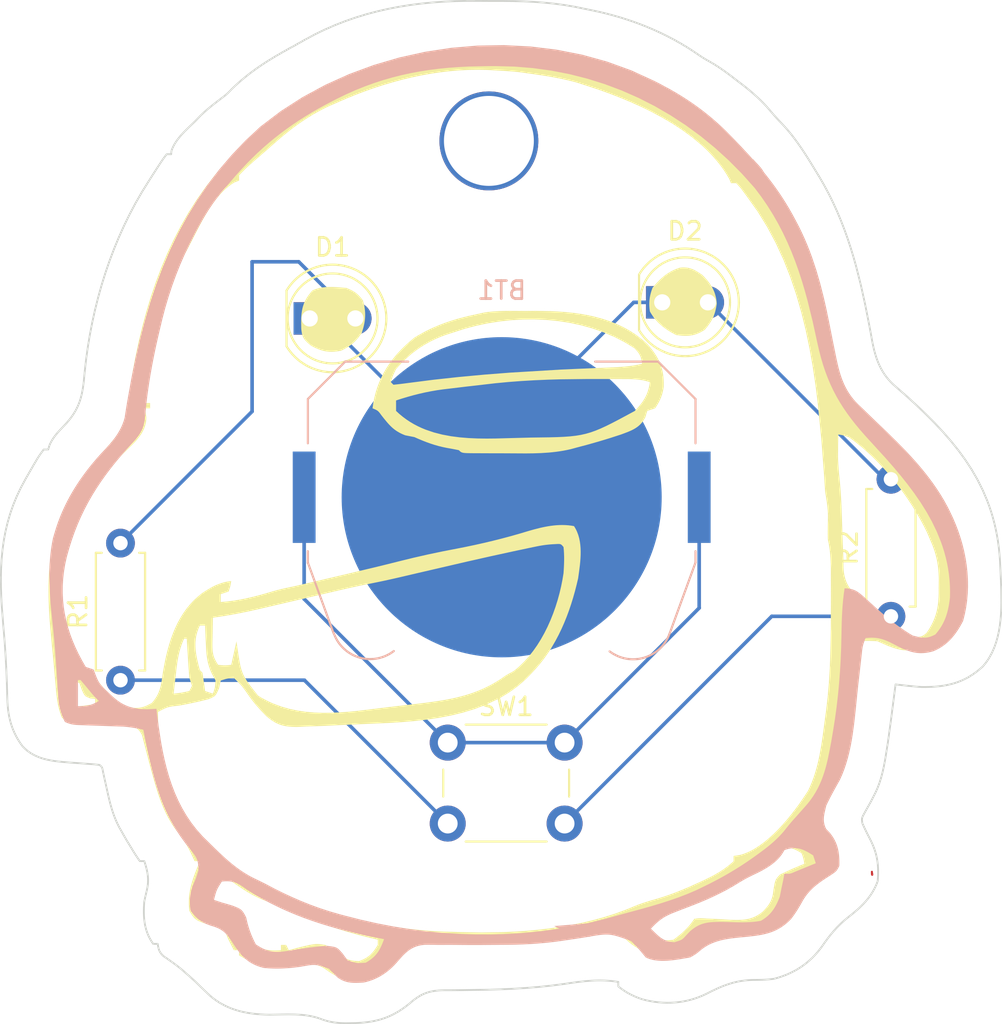
<source format=kicad_pcb>
(kicad_pcb (version 20241229) (generator "pcbnew") (generator_version "9.0")
  (layers (0 "F.Cu" signal) (2 "B.Cu" signal) (13 "F.Paste" user) (15 "B.Paste" user) (5 "F.SilkS" user "F.Silkscreen") (7 "B.SilkS" user "B.Silkscreen") (1 "F.Mask" user) (3 "B.Mask" user) (25 "Edge.Cuts" user))
  (net 0 "")
  (net 1 "Net-(BT1--)")
  (net 2 "Net-(BT1-+)")
  (net 3 "Net-(D1-A)")
  (net 4 "Net-(D2-A)")
  (net 5 "Net-(R1-Pad1)")
  (footprint "LED_THT:LED_D5.0mm" (layer "F.Cu") (at 186.375 87.42)
    (property "Reference" "D1")
    (property "Value" "LED")
  )
  (footprint "LED_THT:LED_D5.0mm" (layer "F.Cu") (at 205.98 86.52541)
    (property "Reference" "D2")
    (property "Value" "LED")
  )
  (footprint "Resistor_THT:R_Axial_DIN0207_L6.3mm_D2.5mm_P7.62mm_Horizontal" (layer "F.Cu") (at 175.85 107.53 90)
    (property "Reference" "R1")
    (property "Value" "R")
  )
  (footprint "Button_Switch_THT:SW_PUSH_6mm" (layer "F.Cu") (at 194.05 111)
    (property "Reference" "SW1")
    (property "Value" "SW_Push")
  )
  (footprint "Resistor_THT:R_Axial_DIN0207_L6.3mm_D2.5mm_P7.62mm_Horizontal" (layer "F.Cu") (at 218.7 103.98 90)
    (property "Reference" "R2")
    (property "Value" "R")
  )
  (footprint "Battery:BatteryHolder_Keystone_3034_1x20mm" (layer "B.Cu") (at 197.050103 97.36 180)
    (property "Reference" "BT1")
    (property "Value" "Battery_Cell")
  )
  (gr_line (start 217.64101 118.182505) (end 217.655882 118.351009) (stroke (width 0.1)) (layer "F.Cu"))
  (gr_line (start 217.64101 118.182505) (end 217.655882 118.351009) (stroke (width 0.1)) (layer "F.Cu"))
  (gr_line (start 217.64101 118.182505) (end 217.655882 118.351009) (stroke (width 0.1)) (layer "F.Cu"))
  (gr_line (start 217.64101 118.182505) (end 217.655882 118.351009) (stroke (width 0.1)) (layer "F.Cu"))
  (gr_poly (pts (xy 197.649433 72.587763) (xy 199.198299 72.7745) (xy 200.728716 73.072595) (xy 202.23052 73.47985) (xy 203.693543 73.994066) (xy 205.107618 74.613043) (xy 206.462579 75.334583) (xy 207.748259 76.156486) (xy 208.954492 77.076554) (xy 209.272198 77.35854) (xy 209.580242 77.647741) (xy 209.878849 77.944015) (xy 210.168246 78.247218) (xy 210.448661 78.557209) (xy 210.720319 78.873845) (xy 210.983449 79.196985) (xy 211.238275 79.526485) (xy 211.485026 79.862205) (xy 211.723928 80.204001) (xy 211.955207 80.551732) (xy 212.179091 80.905254) (xy 212.395805 81.264427) (xy 212.605578 81.629107) (xy 212.808635 81.999153) (xy 213.005203 82.374421) (xy 213.239966 82.827469) (xy 213.412363 83.208515) (xy 213.572748 83.595146) (xy 213.721874 83.986848) (xy 213.860494 84.383107) (xy 213.989362 84.783408) (xy 214.10923 85.187238) (xy 214.324983 86.003424) (xy 214.513778 86.827552) (xy 214.681643 87.655508) (xy 214.978686 89.306448) (xy 215.001065 89.423477) (xy 215.024627 89.539891) (xy 215.075096 89.771383) (xy 215.129692 90.001931) (xy 215.188016 90.232547) (xy 215.25168 90.524724) (xy 215.291516 90.663939) (xy 215.336058 90.799928) (xy 215.385133 90.932809) (xy 215.438566 91.062698) (xy 215.557815 91.313967) (xy 215.692422 91.554669) (xy 215.840998 91.785738) (xy 216.002159 92.008107) (xy 216.174518 92.222711) (xy 216.356689 92.430483) (xy 216.547285 92.632357) (xy 216.744921 92.829267) (xy 216.94821 93.022147) (xy 217.155766 93.211931) (xy 218.000941 93.958781) (xy 218.447161 94.377888) (xy 218.873999 94.806882) (xy 219.280625 95.246208) (xy 219.66621 95.696305) (xy 220.029922 96.157618) (xy 220.370932 96.630588) (xy 220.688411 97.115658) (xy 220.981527 97.613269) (xy 221.24945 98.123865) (xy 221.491351 98.647887) (xy 221.706399 99.185778) (xy 221.893765 99.73798) (xy 222.052618 100.304936) (xy 222.182128 100.887087) (xy 222.281465 101.484877) (xy 222.349798 102.098747) (xy 222.35859 102.501198) (xy 222.356824 102.705973) (xy 222.350112 102.912157) (xy 222.337827 103.119032) (xy 222.319339 103.32588) (xy 222.294022 103.531981) (xy 222.261246 103.736619) (xy 222.220384 103.939075) (xy 222.170808 104.13863) (xy 222.111888 104.334567) (xy 222.042998 104.526166) (xy 221.963509 104.712711) (xy 221.872792 104.893482) (xy 221.77022 105.067762) (xy 221.655165 105.234832) (xy 221.525353 105.343021) (xy 221.395511 105.438984) (xy 221.265296 105.523372) (xy 221.134363 105.596834) (xy 221.002369 105.660023) (xy 220.86897 105.713586) (xy 220.73382 105.758176) (xy 220.596578 105.794443) (xy 220.456897 105.823035) (xy 220.314434 105.844605) (xy 220.168846 105.859803) (xy 220.019787 105.869277) (xy 219.866915 105.87368) (xy 219.709884 105.873662) (xy 219.548351 105.869871) (xy 219.381971 105.86296) (xy 219.284963 105.847233) (xy 219.190014 105.8287) (xy 219.096904 105.807526) (xy 219.005411 105.783874) (xy 218.915313 105.75791) (xy 218.826388 105.729798) (xy 218.738415 105.699702) (xy 218.651172 105.667787) (xy 218.477989 105.599157) (xy 218.305067 105.525225) (xy 217.952908 105.366713) (xy 217.788338 105.355422) (xy 217.624528 105.348366) (xy 217.46122 105.34504) (xy 217.298157 105.34494) (xy 217.135083 105.347561) (xy 216.971741 105.352401) (xy 216.643221 105.366713) (xy 216.561336 105.758344) (xy 216.486666 106.14982) (xy 216.418531 106.541465) (xy 216.356252 106.933604) (xy 216.299148 107.326562) (xy 216.246539 107.720664) (xy 216.152089 108.513599) (xy 216.054934 109.266632) (xy 215.941289 110.006283) (xy 215.80567 110.733988) (xy 215.727905 111.093808) (xy 215.642589 111.451179) (xy 215.549036 111.80628) (xy 215.44656 112.159291) (xy 215.334477 112.51039) (xy 215.212099 112.859756) (xy 215.078741 113.207569) (xy 214.933718 113.554008) (xy 214.776343 113.899253) (xy 214.605932 114.243482) (xy 214.563747 114.33315) (xy 214.526935 114.422475) (xy 214.49529 114.511567) (xy 214.468606 114.600535) (xy 214.446676 114.68949) (xy 214.429296 114.778542) (xy 214.416259 114.867803) (xy 214.407359 114.957381) (xy 214.402391 115.047388) (xy 214.401149 115.137933) (xy 214.403427 115.229127) (xy 214.409018 115.32108) (xy 214.417718 115.413903) (xy 214.42932 115.507706) (xy 214.443619 115.602599) (xy 214.460409 115.698692) (xy 214.53968 115.843573) (xy 214.621092 115.985666) (xy 214.704684 116.125433) (xy 214.790498 116.263331) (xy 214.878571 116.399822) (xy 214.968944 116.535364) (xy 215.061657 116.670418) (xy 215.15675 116.805443) (xy 215.215079 116.921194) (xy 215.238633 116.969471) (xy 215.258767 117.012764) (xy 215.275724 117.052133) (xy 215.289745 117.08864) (xy 215.301071 117.123345) (xy 215.309944 117.157308) (xy 215.316606 117.191592) (xy 215.321297 117.227256) (xy 215.32426 117.265361) (xy 215.325736 117.306969) (xy 215.325966 117.353139) (xy 215.325192 117.404934) (xy 215.321596 117.529639) (xy 215.291574 117.605336) (xy 215.261023 117.675593) (xy 215.2297 117.740953) (xy 215.197365 117.801955) (xy 215.163774 117.85914) (xy 215.128687 117.913048) (xy 215.091861 117.964219) (xy 215.053056 118.013196) (xy 215.012028 118.060517) (xy 214.968537 118.106723) (xy 214.922341 118.152356) (xy 214.873197 118.197955) (xy 214.820864 118.244061) (xy 214.7651 118.291215) (xy 214.642313 118.390827) (xy 214.322846 118.655718) (xy 214.023848 118.900149) (xy 213.935904 118.981097) (xy 213.850888 119.062152) (xy 213.768606 119.143478) (xy 213.688865 119.225242) (xy 213.61147 119.307609) (xy 213.536229 119.390744) (xy 213.462948 119.474813) (xy 213.391434 119.559982) (xy 213.321492 119.646416) (xy 213.252929 119.734281) (xy 213.185552 119.823742) (xy 213.119168 119.914965) (xy 212.988601 120.103359) (xy 212.85968 120.300788) (xy 212.78142 120.417918) (xy 212.705143 120.52785) (xy 212.629985 120.630835) (xy 212.555078 120.727126) (xy 212.479559 120.816977) (xy 212.40256 120.900638) (xy 212.323215 120.978364) (xy 212.240659 121.050406) (xy 212.154027 121.117017) (xy 212.062451 121.17845) (xy 211.965066 121.234957) (xy 211.861007 121.286791) (xy 211.749407 121.334204) (xy 211.6294 121.37745) (xy 211.500121 121.41678) (xy 211.360704 121.452446) (xy 210.91972 121.533163) (xy 210.478065 121.605084) (xy 210.035198 121.669327) (xy 209.590576 121.727006) (xy 209.085232 121.792374) (xy 208.617406 121.845808) (xy 208.529202 121.871007) (xy 208.447764 121.897843) (xy 208.372382 121.926481) (xy 208.302346 121.957087) (xy 208.236949 121.989827) (xy 208.175481 122.024866) (xy 208.117233 122.06237) (xy 208.061496 122.102505) (xy 208.007562 122.145436) (xy 207.954721 122.19133) (xy 207.902264 122.24035) (xy 207.849482 122.292665) (xy 207.740109 122.407835) (xy 207.620929 122.538167) (xy 207.444352 122.602064) (xy 207.270717 122.659094) (xy 207.099616 122.708985) (xy 206.930639 122.751462) (xy 206.763377 122.786253) (xy 206.597421 122.813086) (xy 206.432362 122.831687) (xy 206.267791 122.841784) (xy 206.103299 122.843103) (xy 205.938477 122.835372) (xy 205.772916 122.818317) (xy 205.606206 122.791667) (xy 205.437938 122.755147) (xy 205.267705 122.708486) (xy 205.095095 122.651409) (xy 204.919701 122.583645) (xy 204.759542 122.505899) (xy 204.68579 122.467744) (xy 204.615581 122.429606) (xy 204.548406 122.391138) (xy 204.483759 122.351993) (xy 204.421132 122.311823) (xy 204.360017 122.270282) (xy 204.299908 122.227022) (xy 204.240297 122.181697) (xy 204.180676 122.13396) (xy 204.120539 122.083463) (xy 204.059378 122.029861) (xy 203.996685 121.972805) (xy 203.864676 121.846945) (xy 203.775056 121.787001) (xy 203.684209 121.73266) (xy 203.592189 121.683715) (xy 203.499051 121.639957) (xy 203.40485 121.601179) (xy 203.309641 121.567171) (xy 203.213477 121.537727) (xy 203.116415 121.512637) (xy 202.919811 121.474692) (xy 202.720265 121.45167) (xy 202.518217 121.441908) (xy 202.314102 121.44374) (xy 202.108358 121.455503) (xy 201.901423 121.475531) (xy 201.693734 121.502162) (xy 201.485728 121.533729) (xy 200.659283 121.676081) (xy 200.18263 121.748421) (xy 199.707366 121.812426) (xy 199.232777 121.868096) (xy 198.758149 121.915432) (xy 198.282771 121.954435) (xy 197.805929 121.985106) (xy 197.32691 122.007446) (xy 196.845 122.021455) (xy 196.40109 122.031639) (xy 195.501223 122.048676) (xy 194.601257 122.05894) (xy 194.266238 122.062906) (xy 193.931347 122.068969) (xy 193.261549 122.085124) (xy 192.855459 122.082052) (xy 192.711395 122.088567) (xy 192.575951 122.098272) (xy 192.448274 122.111621) (xy 192.327511 122.129064) (xy 192.212809 122.151051) (xy 192.103317 122.178036) (xy 191.998181 122.210468) (xy 191.896548 122.248799) (xy 191.797567 122.29348) (xy 191.700384 122.344963) (xy 191.604146 122.403698) (xy 191.508002 122.470138) (xy 191.411098 122.544733) (xy 191.312582 122.627934) (xy 191.211601 122.720194) (xy 191.107302 122.821962) (xy 190.594994 123.411293) (xy 190.472386 123.497744) (xy 190.349484 123.580381) (xy 190.226054 123.658883) (xy 190.101863 123.732928) (xy 189.976675 123.802196) (xy 189.850256 123.866367) (xy 189.722371 123.925118) (xy 189.592785 123.97813) (xy 189.461266 124.025081) (xy 189.327576 124.065651) (xy 189.191483 124.099518) (xy 189.052752 124.126363) (xy 188.911148 124.145863) (xy 188.766436 124.157698) (xy 188.618383 124.161547) (xy 188.466753 124.15709) (xy 188.376862 124.140018) (xy 188.29081 124.120917) (xy 188.2082 124.099735) (xy 188.128632 124.07642) (xy 188.051709 124.050921) (xy 187.977033 124.023184) (xy 187.904205 123.993159) (xy 187.832826 123.960794) (xy 187.7625 123.926036) (xy 187.692826 123.888834) (xy 187.623408 123.849136) (xy 187.553847 123.80689) (xy 187.483744 123.762044) (xy 187.412702 123.714546) (xy 187.266204 123.611387) (xy 187.198368 123.566223) (xy 187.130978 123.524921) (xy 187.063984 123.487347) (xy 186.997335 123.453366) (xy 186.930981 123.422841) (xy 186.864871 123.395639) (xy 186.798954 123.371623) (xy 186.733178 123.350658) (xy 186.601852 123.317342) (xy 186.470484 123.294608) (xy 186.33867 123.281375) (xy 186.206003 123.276561) (xy 186.072076 123.279084) (xy 185.936484 123.287862) (xy 185.79882 123.301812) (xy 185.658678 123.319854) (xy 185.065204 123.411293) (xy 184.871754 123.425638) (xy 184.686919 123.434543) (xy 184.509702 123.437725) (xy 184.339106 123.434899) (xy 184.174136 123.425783) (xy 184.013795 123.410092) (xy 183.857087 123.387543) (xy 183.703016 123.357853) (xy 183.550585 123.320737) (xy 183.398799 123.275913) (xy 183.246661 123.223097) (xy 183.093175 123.162005) (xy 182.937345 123.092354) (xy 182.778175 123.01386) (xy 182.614668 122.926239) (xy 182.445828 122.829209) (xy 182.445828 122.538167) (xy 182.154786 122.538167) (xy 182.010686 122.261338) (xy 181.902398 122.04931) (xy 181.824806 121.888442) (xy 181.795922 121.82293) (xy 181.772794 121.765091) (xy 181.754781 121.713221) (xy 181.741245 121.665614) (xy 181.731546 121.620565) (xy 181.725045 121.576369) (xy 181.721101 121.53132) (xy 181.719076 121.483713) (xy 181.718223 121.374003) (xy 181.42036 121.298968) (xy 180.955822 121.171843) (xy 180.602654 121.069456) (xy 180.461464 121.024083) (xy 180.340473 120.980747) (xy 180.237133 120.938067) (xy 180.148895 120.89466) (xy 180.073212 120.849143) (xy 180.007536 120.800135) (xy 179.949318 120.746253) (xy 179.896011 120.686115) (xy 179.845067 120.618339) (xy 179.793938 120.541542) (xy 179.680932 120.355359) (xy 179.659686 120.16676) (xy 179.649118 119.982524) (xy 179.648587 119.802165) (xy 179.65745 119.6252) (xy 179.675066 119.451147) (xy 179.692221 119.33671) (xy 180.8451 119.33671) (xy 180.990621 119.773275) (xy 181.08787 119.810189) (xy 181.16515 119.838789) (xy 181.229922 119.861207) (xy 181.259948 119.870764) (xy 181.289645 119.879575) (xy 181.319945 119.887906) (xy 181.351781 119.896024) (xy 181.423791 119.912686) (xy 181.513134 119.931692) (xy 181.627273 119.955174) (xy 181.817602 120.013837) (xy 181.898212 120.040507) (xy 181.970543 120.066684) (xy 182.035667 120.093327) (xy 182.094654 120.121397) (xy 182.148571 120.151854) (xy 182.198491 120.18566) (xy 182.222285 120.204118) (xy 182.245481 120.223774) (xy 182.290612 120.267156) (xy 182.334953 120.316767) (xy 182.379574 120.373568) (xy 182.425545 120.438519) (xy 182.473936 120.51258) (xy 182.525816 120.596712) (xy 182.582254 120.691874) (xy 182.653714 120.943372) (xy 182.723168 121.195442) (xy 182.790377 121.448116) (xy 182.855106 121.701426) (xy 182.903731 121.844938) (xy 182.925053 121.903923) (xy 182.945499 121.955709) (xy 182.965909 122.001282) (xy 182.987122 122.041627) (xy 182.998292 122.060147) (xy 183.009978 122.07773) (xy 183.022284 122.094499) (xy 183.035316 122.110578) (xy 183.049178 122.126089) (xy 183.063975 122.141155) (xy 183.079813 122.155901) (xy 183.096795 122.170449) (xy 183.134616 122.199445) (xy 183.178275 122.229128) (xy 183.228614 122.260485) (xy 183.28647 122.294502) (xy 183.428094 122.374458) (xy 183.517342 122.404285) (xy 183.603986 122.431047) (xy 183.688437 122.454842) (xy 183.771108 122.475766) (xy 183.85241 122.493916) (xy 183.932755 122.509388) (xy 184.012554 122.52228) (xy 184.09222 122.532688) (xy 184.172164 122.54071) (xy 184.252799 122.546442) (xy 184.334535 122.54998) (xy 184.417786 122.551423) (xy 184.502962 122.550866) (xy 184.590475 122.548406) (xy 184.774162 122.538167) (xy 184.774162 122.247129) (xy 185.065204 122.247129) (xy 185.210725 122.538167) (xy 185.738237 122.392648) (xy 186.061604 122.316047) (xy 186.311115 122.259545) (xy 186.413704 122.238299) (xy 186.504464 122.221438) (xy 186.585606 122.208749) (xy 186.659343 122.200019) (xy 186.727885 122.195036) (xy 186.793445 122.193585) (xy 186.858234 122.195453) (xy 186.924463 122.200428) (xy 187.070089 122.218845) (xy 187.248016 122.247129) (xy 187.411736 122.355175) (xy 187.573873 122.465618) (xy 187.734518 122.578229) (xy 187.893764 122.692783) (xy 188.05731 122.807577) (xy 188.13045 122.856986) (xy 188.199359 122.901433) (xy 188.26518 122.941194) (xy 188.329058 122.976541) (xy 188.392136 123.007749) (xy 188.455557 123.035092) (xy 188.520464 123.058843) (xy 188.588002 123.079277) (xy 188.659314 123.096666) (xy 188.735543 123.111286) (xy 188.817832 123.123409) (xy 188.907326 123.133309) (xy 189.005168 123.141261) (xy 189.112501 123.147539) (xy 189.210986 123.109304) (xy 189.301976 123.070655) (xy 189.386129 123.031165) (xy 189.464107 122.990407) (xy 189.53657 122.947955) (xy 189.604176 122.903381) (xy 189.667588 122.85626) (xy 189.727465 122.806165) (xy 189.784466 122.752668) (xy 189.839253 122.695344) (xy 189.892485 122.633766) (xy 189.944823 122.567506) (xy 189.996926 122.49614) (xy 190.049455 122.419239) (xy 190.10307 122.336378) (xy 190.158431 122.247129) (xy 190.158431 121.956087) (xy 189.650815 121.837852) (xy 189.036009 121.680166) (xy 188.431684 121.50843) (xy 187.835926 121.32278) (xy 187.246819 121.123352) (xy 186.662449 120.910281) (xy 186.080902 120.683705) (xy 185.500263 120.443759) (xy 184.918617 120.190579) (xy 184.781586 120.131929) (xy 184.644024 120.074923) (xy 184.367488 119.964961) (xy 184.089385 119.858935) (xy 183.810086 119.755084) (xy 183.694643 119.708496) (xy 183.581392 119.659609) (xy 183.470157 119.608505) (xy 183.360761 119.555267) (xy 183.25303 119.499976) (xy 183.146787 119.442713) (xy 182.938062 119.3226) (xy 182.733178 119.195583) (xy 182.530728 119.062314) (xy 182.329304 118.923448) (xy 182.127501 118.779639) (xy 182.044533 118.727768) (xy 181.969997 118.685251) (xy 181.935544 118.667444) (xy 181.902783 118.65191) (xy 181.871575 118.638625) (xy 181.841781 118.627569) (xy 181.813264 118.618717) (xy 181.785884 118.612049) (xy 181.759503 118.607543) (xy 181.733982 118.605175) (xy 181.709183 118.604925) (xy 181.684966 118.606769) (xy 181.661194 118.610686) (xy 181.637727 118.616653) (xy 181.614428 118.624648) (xy 181.591156 118.63465) (xy 181.567775 118.646636) (xy 181.544145 118.660583) (xy 181.520127 118.67647) (xy 181.495583 118.694275) (xy 181.444362 118.735548) (xy 181.389374 118.784225) (xy 181.329508 118.84013) (xy 181.190711 118.97291) (xy 180.8451 119.33671) (xy 179.692221 119.33671) (xy 179.700794 119.279522) (xy 179.733991 119.109841) (xy 179.774016 118.941622) (xy 179.820227 118.77438) (xy 179.871982 118.607633) (xy 179.928641 118.440896) (xy 179.98956 118.273688) (xy 180.121616 117.93592) (xy 180.263016 117.590462) (xy 179.971974 117.590462) (xy 179.735503 117.08114) (xy 179.652269 116.918192) (xy 179.566485 116.761391) (xy 179.477512 116.609664) (xy 179.384711 116.461943) (xy 179.287441 116.317154) (xy 179.185063 116.174229) (xy 179.076937 116.032096) (xy 178.962423 115.889684) (xy 178.827101 115.704815) (xy 178.701039 115.515705) (xy 178.583632 115.322634) (xy 178.474279 115.12588) (xy 178.372374 114.925721) (xy 178.277313 114.722438) (xy 178.188493 114.516309) (xy 178.10531 114.307613) (xy 178.027161 114.096628) (xy 177.95344 113.883634) (xy 177.816871 113.452733) (xy 177.690772 113.017141) (xy 177.570312 112.579089) (xy 177.456055 112.161105) (xy 177.346503 111.746371) (xy 177.240616 111.330683) (xy 177.138297 110.944821) (xy 177.050722 110.597965) (xy 177.018077 110.532519) (xy 176.985305 110.473463) (xy 176.952086 110.420274) (xy 176.935208 110.395714) (xy 176.9181 110.372424) (xy 176.900719 110.350337) (xy 176.883027 110.329388) (xy 176.864983 110.309511) (xy 176.846547 110.29064) (xy 176.827679 110.27271) (xy 176.80834 110.255656) (xy 176.788488 110.23941) (xy 176.768085 110.223908) (xy 176.725464 110.194872) (xy 176.680156 110.168021) (xy 176.63184 110.142831) (xy 176.580197 110.118775) (xy 176.524907 110.095327) (xy 176.46565 110.071963) (xy 176.333954 110.02338) (xy 176.218837 110.013602) (xy 176.12779 110.006505) (xy 176.052393 110.001985) (xy 175.984224 109.999933) (xy 175.914865 110.000243) (xy 175.835896 110.00281) (xy 175.615444 110.014283) (xy 175.139845 110.018833) (xy 174.664871 110.018494) (xy 174.189968 110.011501) (xy 173.714578 109.996092) (xy 173.241636 109.980747) (xy 173.10903 109.94621) (xy 173.054367 109.931104) (xy 173.006168 109.916663) (xy 172.963461 109.902305) (xy 172.925275 109.887449) (xy 172.890638 109.871512) (xy 172.858578 109.853912) (xy 172.828123 109.834067) (xy 172.798302 109.811395) (xy 172.768143 109.785314) (xy 172.736674 109.755242) (xy 172.702923 109.720597) (xy 172.66592 109.680797) (xy 172.578266 109.583404) (xy 172.538893 109.480714) (xy 172.503015 109.37839) (xy 172.470423 109.276321) (xy 172.440907 109.174396) (xy 172.414257 109.072505) (xy 172.390263 108.970538) (xy 172.368716 108.868385) (xy 172.349405 108.765936) (xy 172.316656 108.559705) (xy 172.290337 108.350964) (xy 172.268769 108.138831) (xy 172.250275 107.922422) (xy 172.217092 107.558405) (xy 172.216299 107.549526) (xy 173.278016 107.549526) (xy 173.423536 109.004731) (xy 174.442182 108.859212) (xy 174.442182 108.56817) (xy 174.16933 108.540883) (xy 174.06694 108.501145) (xy 174.024885 108.483668) (xy 173.987998 108.466843) (xy 173.955588 108.449966) (xy 173.940845 108.441286) (xy 173.926962 108.432329) (xy 173.913851 108.423005) (xy 173.901426 108.413226) (xy 173.889601 108.402904) (xy 173.878289 108.391952) (xy 173.867403 108.38028) (xy 173.856857 108.3678) (xy 173.846564 108.354424) (xy 173.836438 108.340064) (xy 173.816338 108.308038) (xy 173.795865 108.271017) (xy 173.774327 108.228293) (xy 173.751029 108.179161) (xy 173.696388 108.058848) (xy 173.569057 107.695045) (xy 173.278016 107.549526) (xy 172.216299 107.549526) (xy 172.182608 107.172126) (xy 172.149163 106.785752) (xy 172.09263 106.18202) (xy 172.031425 105.578741) (xy 171.909086 104.20337) (xy 171.868709 103.541068) (xy 171.846231 102.893796) (xy 171.845036 102.406317) (xy 172.429611 102.406317) (xy 172.434087 102.739966) (xy 172.457627 103.072457) (xy 172.499211 103.40339) (xy 172.557819 103.732368) (xy 172.632435 104.058992) (xy 172.722037 104.382864) (xy 172.825608 104.703583) (xy 172.942129 105.020753) (xy 173.07058 105.333975) (xy 173.209943 105.642849) (xy 173.359199 105.946978) (xy 173.51733 106.245962) (xy 173.683315 106.539403) (xy 173.772654 106.65451) (xy 173.863194 106.766696) (xy 173.955122 106.876416) (xy 174.048627 106.984128) (xy 174.143897 107.090286) (xy 174.241121 107.195348) (xy 174.340486 107.299768) (xy 174.442182 107.404003) (xy 174.710846 107.722026) (xy 174.978791 108.040658) (xy 175.161989 108.249795) (xy 175.249973 108.346004) (xy 175.336759 108.436583) (xy 175.423258 108.521487) (xy 175.510378 108.600673) (xy 175.59903 108.674097) (xy 175.690122 108.741715) (xy 175.784566 108.803483) (xy 175.88327 108.859358) (xy 175.934503 108.885072) (xy 175.987143 108.909296) (xy 176.041303 108.932025) (xy 176.097097 108.953253) (xy 176.154638 108.972975) (xy 176.21404 108.991186) (xy 176.275416 109.007879) (xy 176.338881 109.02305) (xy 176.404549 109.036693) (xy 176.472532 109.048803) (xy 176.6159 109.0684) (xy 176.690815 109.069573) (xy 176.761163 109.068459) (xy 176.827521 109.065029) (xy 176.890469 109.059251) (xy 176.950583 109.051097) (xy 177.008443 109.040537) (xy 177.064625 109.027542) (xy 177.11971 109.012082) (xy 177.174273 108.994128) (xy 177.228895 108.973649) (xy 177.284152 108.950617) (xy 177.340623 108.925001) (xy 177.398885 108.896773) (xy 177.459518 108.865902) (xy 177.590207 108.796115) (xy 177.677583 108.695833) (xy 177.754871 108.595739) (xy 177.822857 108.495521) (xy 177.882323 108.394871) (xy 177.934053 108.293476) (xy 177.941198 108.277128) (xy 178.807807 108.277128) (xy 179.064614 108.246837) (xy 179.157806 108.234433) (xy 179.241167 108.221582) (xy 179.324928 108.206579) (xy 179.419321 108.187719) (xy 179.680932 108.131605) (xy 179.826453 107.840568) (xy 179.680932 107.404003) (xy 179.657191 107.124263) (xy 179.635598 106.844898) (xy 179.616207 106.565413) (xy 179.599077 106.285313) (xy 179.580035 105.975795) (xy 179.55596 105.568687) (xy 180.017071 105.568687) (xy 180.021646 105.719698) (xy 180.033764 105.871046) (xy 180.05263 106.02306) (xy 180.077448 106.176067) (xy 180.107425 106.330393) (xy 180.179673 106.644314) (xy 180.263016 106.967442) (xy 180.408537 107.112961) (xy 180.447753 107.367207) (xy 180.485119 107.621739) (xy 180.520574 107.876542) (xy 180.554058 108.131605) (xy 180.990621 108.277128) (xy 181.028895 108.170013) (xy 181.058021 108.08457) (xy 181.069686 108.047311) (xy 181.079703 108.012272) (xy 181.088285 107.978388) (xy 181.095646 107.944592) (xy 181.101999 107.90982) (xy 181.107556 107.873004) (xy 181.112532 107.83308) (xy 181.117139 107.788981) (xy 181.126099 107.683998) (xy 181.136142 107.549526) (xy 180.926954 107.158439) (xy 180.880758 107.056096) (xy 180.83925 106.955085) (xy 180.802161 106.855137) (xy 180.769221 106.755983) (xy 180.740162 106.657355) (xy 180.714713 106.558985) (xy 180.692605 106.460604) (xy 180.673569 106.361944) (xy 180.657336 106.262737) (xy 180.643635 106.162715) (xy 180.632198 106.061608) (xy 180.622755 105.959149) (xy 180.608772 105.749101) (xy 180.60321 105.617487) (xy 180.964329 105.617487) (xy 180.96556 105.704441) (xy 180.968408 105.78645) (xy 180.973293 105.864316) (xy 180.980637 105.938839) (xy 180.990858 106.01082) (xy 181.004377 106.08106) (xy 181.021614 106.150359) (xy 181.04299 106.219519) (xy 181.068923 106.289341) (xy 181.099834 106.360625) (xy 181.136143 106.434172) (xy 181.178271 106.510783) (xy 181.226636 106.591258) (xy 181.28166 106.6764) (xy 181.406456 106.688351) (xy 181.504528 106.696888) (xy 181.584403 106.702009) (xy 181.620182 106.70329) (xy 181.654609 106.703717) (xy 181.68875 106.70329) (xy 181.723672 106.702009) (xy 181.800117 106.696888) (xy 181.892473 106.688351) (xy 182.009265 106.6764) (xy 182.300307 105.366713) (xy 182.343509 105.675945) (xy 182.419973 106.184904) (xy 182.454486 106.395346) (xy 182.488778 106.581726) (xy 182.52454 106.748014) (xy 182.563466 106.898182) (xy 182.607248 107.036199) (xy 182.65758 107.166038) (xy 182.716153 107.291669) (xy 182.784662 107.417063) (xy 182.864799 107.546192) (xy 182.958256 107.683026) (xy 183.066727 107.831537) (xy 183.191904 107.995695) (xy 183.499148 108.386837) (xy 183.710917 108.513965) (xy 183.924903 108.630321) (xy 184.14101 108.736287) (xy 184.359139 108.832246) (xy 184.801076 108.995673) (xy 185.249938 109.123661) (xy 185.704947 109.21927) (xy 186.165324 109.285558) (xy 186.630293 109.325585) (xy 187.099076 109.34241) (xy 187.570893 109.339094) (xy 188.044969 109.318695) (xy 188.520525 109.284272) (xy 188.996783 109.238886) (xy 190.893283 109.00889) (xy 191.513668 108.93585) (xy 192.134331 108.865179) (xy 192.844734 108.779828) (xy 193.529643 108.684331) (xy 193.863571 108.629207) (xy 194.192366 108.567263) (xy 194.516441 108.497069) (xy 194.83621 108.417199) (xy 195.152086 108.326223) (xy 195.464483 108.222714) (xy 195.773814 108.105243) (xy 196.080493 107.972383) (xy 196.384932 107.822705) (xy 196.687546 107.654781) (xy 196.988748 107.467183) (xy 197.288951 107.258484) (xy 197.743706 107.003822) (xy 197.890051 106.884762) (xy 198.032294 106.760024) (xy 198.30455 106.494493) (xy 198.560634 106.209171) (xy 198.800704 105.906003) (xy 199.02492 105.58693) (xy 199.233441 105.253896) (xy 199.426425 104.908844) (xy 199.604033 104.553717) (xy 199.766422 104.190458) (xy 199.913753 103.821011) (xy 200.046184 103.447317) (xy 200.163874 103.071321) (xy 200.266983 102.694965) (xy 200.35567 102.320193) (xy 200.430093 101.948947) (xy 200.490412 101.58317) (xy 200.502459 101.400482) (xy 200.512462 101.218371) (xy 200.519722 101.03666) (xy 200.52354 100.855175) (xy 200.523218 100.673739) (xy 200.518055 100.492175) (xy 200.507352 100.310308) (xy 200.490412 100.127962) (xy 200.463827 100.095725) (xy 200.44007 100.067543) (xy 200.418439 100.043182) (xy 200.408202 100.032359) (xy 200.398234 100.022402) (xy 200.388447 100.013282) (xy 200.378753 100.004968) (xy 200.369065 99.997432) (xy 200.359295 99.990644) (xy 200.349356 99.984573) (xy 200.339159 99.979191) (xy 200.328617 99.974467) (xy 200.317643 99.970373) (xy 200.306149 99.966878) (xy 200.294047 99.963954) (xy 200.28125 99.961569) (xy 200.267669 99.959696) (xy 200.253218 99.958303) (xy 200.237808 99.957362) (xy 200.221352 99.956844) (xy 200.203762 99.956717) (xy 200.164831 99.957522) (xy 200.120314 99.959542) (xy 200.011713 99.966276) (xy 199.878836 99.973058) (xy 199.748753 99.982411) (xy 199.620658 99.99439) (xy 199.493743 100.009048) (xy 199.367203 100.026441) (xy 199.240232 100.046621) (xy 199.112022 100.069643) (xy 198.981768 100.095562) (xy 198.599565 100.17468) (xy 198.180267 100.264388) (xy 197.734256 100.358357) (xy 196.402848 100.648902) (xy 195.073576 100.949082) (xy 192.418623 101.565229) (xy 192.057503 101.649402) (xy 191.390403 101.80567) (xy 190.97781 101.90012) (xy 190.564711 101.991039) (xy 190.150832 102.078352) (xy 189.735903 102.161983) (xy 189.177214 102.276284) (xy 188.620226 102.397166) (xy 188.064333 102.523062) (xy 187.50893 102.652406) (xy 187.099522 102.74799) (xy 185.820092 103.047475) (xy 184.532869 103.348512) (xy 183.736017 103.53509) (xy 183.052694 103.688747) (xy 182.711324 103.760393) (xy 182.369589 103.828258) (xy 182.02707 103.892097) (xy 181.683349 103.951668) (xy 181.338005 104.006724) (xy 180.990621 104.057022) (xy 180.98029 104.589068) (xy 180.97243 105.121145) (xy 180.965041 105.425543) (xy 180.964329 105.617487) (xy 180.60321 105.617487) (xy 180.599531 105.530422) (xy 180.584469 105.226876) (xy 180.568192 104.860277) (xy 180.554058 104.493587) (xy 180.263016 104.493587) (xy 180.192534 104.651395) (xy 180.135159 104.807251) (xy 180.090097 104.96148) (xy 180.056552 105.114411) (xy 180.033729 105.266371) (xy 180.020834 105.417688) (xy 180.017071 105.568687) (xy 179.55596 105.568687) (xy 179.535411 105.22119) (xy 179.38989 105.22119) (xy 179.336276 105.340446) (xy 179.287489 105.459171) (xy 179.243215 105.577533) (xy 179.203138 105.695695) (xy 179.166945 105.813825) (xy 179.13432 105.932087) (xy 179.10495 106.050647) (xy 179.078519 106.169671) (xy 179.033216 106.409773) (xy 178.995896 106.653719) (xy 178.964043 106.902832) (xy 178.935138 107.158439) (xy 178.897052 107.485005) (xy 178.851875 107.881005) (xy 178.807807 108.277128) (xy 177.941198 108.277128) (xy 177.978831 108.191026) (xy 178.01744 108.087211) (xy 178.050665 107.981721) (xy 178.079287 107.874244) (xy 178.104092 107.76447) (xy 178.125863 107.652088) (xy 178.145383 107.536789) (xy 178.216629 107.040199) (xy 178.333805 106.423931) (xy 178.402474 106.117394) (xy 178.479207 105.813174) (xy 178.565014 105.512207) (xy 178.660902 105.215435) (xy 178.767879 104.923793) (xy 178.886953 104.638222) (xy 179.019133 104.35966) (xy 179.165426 104.089045) (xy 179.326842 103.827316) (xy 179.504387 103.575412) (xy 179.69907 103.33427) (xy 179.9119 103.10483) (xy 180.143884 102.88803) (xy 180.39603 102.684809) (xy 180.58925 102.55923) (xy 180.778991 102.443155) (xy 180.873477 102.389092) (xy 180.968198 102.337896) (xy 181.063521 102.289732) (xy 181.159814 102.244763) (xy 181.257447 102.203154) (xy 181.356785 102.165069) (xy 181.458198 102.130671) (xy 181.562054 102.100125) (xy 181.668721 102.073594) (xy 181.778566 102.051242) (xy 181.891958 102.033234) (xy 182.009265 102.019733) (xy 181.994059 102.113383) (xy 181.981411 102.187422) (xy 181.969616 102.248671) (xy 181.956968 102.303952) (xy 181.941762 102.360085) (xy 181.922293 102.423893) (xy 181.896856 102.502197) (xy 181.863744 102.601817) (xy 181.427181 102.747336) (xy 181.427181 103.183901) (xy 181.800209 103.150531) (xy 182.165551 103.103265) (xy 182.525123 103.043263) (xy 182.88084 102.97168) (xy 183.23462 102.889677) (xy 183.588378 102.79841) (xy 183.94403 102.699039) (xy 184.303492 102.592719) (xy 184.453325 102.550572) (xy 184.60238 102.511063) (xy 184.75104 102.473861) (xy 184.899686 102.438631) (xy 185.198463 102.372757) (xy 185.501764 102.310775) (xy 186.037736 102.187481) (xy 186.573277 102.062366) (xy 186.88621 101.98887) (xy 187.542646 101.834386) (xy 188.521607 101.604486) (xy 189.946636 101.265864) (xy 190.658068 101.092276) (xy 191.368512 100.91429) (xy 192.158214 100.720745) (xy 192.949698 100.540927) (xy 193.744022 100.373946) (xy 194.542247 100.218912) (xy 195.048433 100.118996) (xy 195.551999 100.013215) (xy 196.053257 99.901246) (xy 196.552521 99.782766) (xy 197.050103 99.657453) (xy 197.546318 99.524984) (xy 198.041478 99.385036) (xy 198.535896 99.237286) (xy 198.84593 99.149234) (xy 199.158745 99.069282) (xy 199.316075 99.033482) (xy 199.473957 99.001074) (xy 199.632341 98.972514) (xy 199.791181 98.948257) (xy 199.950427 98.928759) (xy 200.110031 98.914475) (xy 200.269946 98.905862) (xy 200.430123 98.903374) (xy 200.590514 98.907468) (xy 200.751072 98.918599) (xy 200.911747 98.937222) (xy 201.072492 98.963794) (xy 201.121936 99.042036) (xy 201.167218 99.12198) (xy 201.20848 99.20354) (xy 201.245867 99.286626) (xy 201.309587 99.457023) (xy 201.359523 99.632463) (xy 201.396823 99.812236) (xy 201.422632 99.995635) (xy 201.438098 100.18195) (xy 201.444367 100.370472) (xy 201.442585 100.560493) (xy 201.433899 100.751304) (xy 201.419456 100.942197) (xy 201.400401 101.132463) (xy 201.353046 101.508277) (xy 201.301007 101.873077) (xy 201.216868 102.230913) (xy 201.124733 102.588251) (xy 201.024153 102.94433) (xy 200.91468 103.29839) (xy 200.795865 103.649671) (xy 200.66726 103.997413) (xy 200.528417 104.340857) (xy 200.378888 104.67924) (xy 200.218225 105.011805) (xy 200.045979 105.33779) (xy 199.861701 105.656435) (xy 199.664945 105.96698) (xy 199.455261 106.268665) (xy 199.232201 106.560731) (xy 198.995317 106.842416) (xy 198.74416 107.112961) (xy 198.435499 107.43356) (xy 198.182574 107.664873) (xy 197.920825 107.881033) (xy 197.650687 108.082586) (xy 197.372594 108.270076) (xy 197.086981 108.444048) (xy 196.794284 108.605048) (xy 196.189371 108.89031) (xy 195.561333 109.130223) (xy 194.913647 109.329149) (xy 194.24979 109.491446) (xy 193.57324 109.621476) (xy 192.887473 109.7236) (xy 192.195967 109.802179) (xy 191.5022 109.861571) (xy 190.809648 109.90614) (xy 188.12114 110.02338) (xy 187.590501 110.052296) (xy 187.234352 110.068805) (xy 186.878255 110.082836) (xy 186.165705 110.105235) (xy 185.743814 110.12776) (xy 185.605771 110.128383) (xy 185.474827 110.126142) (xy 185.350255 110.120598) (xy 185.231331 110.11131) (xy 185.117328 110.097838) (xy 185.007521 110.079742) (xy 184.901184 110.056581) (xy 184.797593 110.027916) (xy 184.696021 109.993305) (xy 184.595743 109.952309) (xy 184.496034 109.904488) (xy 184.396167 109.849401) (xy 184.295417 109.786609) (xy 184.19306 109.71567) (xy 184.088369 109.636145) (xy 183.980618 109.547593) (xy 183.845056 109.410626) (xy 183.712008 109.272345) (xy 183.581758 109.132237) (xy 183.454591 108.989787) (xy 183.330791 108.844479) (xy 183.210642 108.695801) (xy 183.094429 108.543236) (xy 183.037887 108.465336) (xy 182.982436 108.386271) (xy 182.859521 108.210384) (xy 182.761564 108.072691) (xy 182.678865 107.961682) (xy 182.640207 107.912586) (xy 182.601726 107.865845) (xy 182.56221 107.820019) (xy 182.520448 107.773669) (xy 182.425331 107.673644) (xy 182.306677 107.554259) (xy 182.154786 107.404003) (xy 182.026607 107.415291) (xy 181.926118 107.42514) (xy 181.844792 107.435256) (xy 181.808651 107.440947) (xy 181.774103 107.447345) (xy 181.740083 107.454661) (xy 181.705524 107.46311) (xy 181.669362 107.472905) (xy 181.630529 107.484259) (xy 181.54059 107.512496) (xy 181.427181 107.549526) (xy 181.336232 107.967896) (xy 181.269448 108.118311) (xy 181.240973 108.179782) (xy 181.214648 108.233295) (xy 181.189625 108.27975) (xy 181.165057 108.320048) (xy 181.140098 108.355088) (xy 181.127207 108.370917) (xy 181.113901 108.38577) (xy 181.100073 108.399759) (xy 181.085619 108.412996) (xy 181.070431 108.425593) (xy 181.054405 108.437664) (xy 181.019412 108.460676) (xy 180.979793 108.48293) (xy 180.934703 108.505328) (xy 180.883293 108.528769) (xy 180.758128 108.582383) (xy 180.555403 108.634782) (xy 180.352436 108.684636) (xy 180.149164 108.732135) (xy 179.945529 108.777473) (xy 179.536923 108.862436) (xy 179.126133 108.941067) (xy 178.911047 108.964742) (xy 178.742786 108.986008) (xy 178.671852 108.997036) (xy 178.607389 109.009021) (xy 178.547652 109.022481) (xy 178.490894 109.037937) (xy 178.435371 109.055908) (xy 178.379338 109.076914) (xy 178.321049 109.101474) (xy 178.258759 109.130107) (xy 178.115194 109.201675) (xy 177.934682 109.295773) (xy 177.94279 109.847883) (xy 177.976127 110.391467) (xy 178.034507 110.926379) (xy 178.117746 111.452476) (xy 178.22566 111.969613) (xy 178.358062 112.477645) (xy 178.51477 112.976429) (xy 178.695596 113.465818) (xy 178.900358 113.94567) (xy 179.12887 114.41584) (xy 179.380947 114.876182) (xy 179.656405 115.326553) (xy 179.955059 115.766808) (xy 180.276723 116.196802) (xy 180.621214 116.616392) (xy 180.988346 117.025432) (xy 181.151581 117.178025) (xy 181.318016 117.323852) (xy 181.487532 117.463366) (xy 181.660012 117.597022) (xy 181.835339 117.725273) (xy 182.013394 117.848574) (xy 182.19406 117.967379) (xy 182.377219 118.082141) (xy 182.562754 118.193316) (xy 182.750546 118.301356) (xy 183.132434 118.50985) (xy 183.521941 118.711257) (xy 183.918125 118.909208) (xy 184.056234 118.978535) (xy 184.193921 119.048705) (xy 184.331183 119.119702) (xy 184.46802 119.19151) (xy 185.025301 119.46889) (xy 185.599061 119.728109) (xy 186.187544 119.969292) (xy 186.788993 120.192562) (xy 187.401653 120.398043) (xy 188.023767 120.585857) (xy 188.653579 120.756128) (xy 189.289333 120.90898) (xy 189.929273 121.044537) (xy 190.571642 121.162921) (xy 191.214685 121.264256) (xy 191.856645 121.348666) (xy 192.495766 121.416275) (xy 193.130293 121.467204) (xy 193.758468 121.501579) (xy 194.378535 121.519522) (xy 194.692954 121.530252) (xy 195.92149 121.552618) (xy 197.170263 121.53186) (xy 197.798975 121.502857) (xy 198.428831 121.460128) (xy 199.058523 121.402693) (xy 199.686748 121.329569) (xy 200.312199 121.239776) (xy 200.933571 121.132333) (xy 201.17479 121.082961) (xy 205.001556 121.082961) (xy 205.052765 121.207557) (xy 205.077891 121.265078) (xy 205.103197 121.319755) (xy 205.129053 121.371842) (xy 205.155832 121.421596) (xy 205.183908 121.469271) (xy 205.213651 121.515123) (xy 205.245435 121.559407) (xy 205.279633 121.602379) (xy 205.316616 121.644294) (xy 205.356757 121.685407) (xy 205.400429 121.725973) (xy 205.448004 121.766248) (xy 205.499854 121.806487) (xy 205.556352 121.846945) (xy 205.698392 121.893681) (xy 205.764783 121.913677) (xy 205.82879 121.931391) (xy 205.890937 121.946794) (xy 205.951752 121.959861) (xy 206.01176 121.970564) (xy 206.071487 121.978876) (xy 206.131458 121.98477) (xy 206.1922 121.98822) (xy 206.254239 121.989199) (xy 206.318099 121.98768) (xy 206.384309 121.983637) (xy 206.453392 121.977041) (xy 206.525875 121.967867) (xy 206.602285 121.956087) (xy 206.779125 121.82473) (xy 206.862775 121.759906) (xy 206.943536 121.695164) (xy 207.021625 121.630141) (xy 207.097259 121.56447) (xy 207.170656 121.497788) (xy 207.242033 121.42973) (xy 207.311609 121.359929) (xy 207.379599 121.288023) (xy 207.446223 121.213646) (xy 207.511698 121.136432) (xy 207.576241 121.056017) (xy 207.640069 120.972037) (xy 207.7034 120.884126) (xy 207.766452 120.791919) (xy 207.869774 120.78018) (xy 207.952082 120.771649) (xy 208.021497 120.766185) (xy 208.053907 120.764559) (xy 208.086138 120.763648) (xy 208.119207 120.763434) (xy 208.154128 120.7639) (xy 208.233584 120.766799) (xy 208.332629 120.772206) (xy 208.459382 120.779981) (xy 208.880312 120.796183) (xy 209.317523 120.820364) (xy 209.754571 120.847342) (xy 210.018954 120.854517) (xy 210.143994 120.85547) (xy 210.264907 120.85381) (xy 210.382176 120.848895) (xy 210.496282 120.840083) (xy 210.607706 120.826731) (xy 210.716931 120.808197) (xy 210.824437 120.783838) (xy 210.930707 120.753013) (xy 211.036222 120.715078) (xy 211.141463 120.669392) (xy 211.246911 120.615312) (xy 211.35305 120.552195) (xy 211.460359 120.4794) (xy 211.569321 120.396284) (xy 211.634371 120.329045) (xy 211.69541 120.263361) (xy 211.752493 120.198748) (xy 211.805674 120.134724) (xy 211.855009 120.070807) (xy 211.900551 120.006513) (xy 211.942355 119.94136) (xy 211.980475 119.874865) (xy 212.014965 119.806545) (xy 212.045882 119.735917) (xy 212.073278 119.6625) (xy 212.097208 119.58581) (xy 212.117727 119.505364) (xy 212.134889 119.420679) (xy 212.148749 119.331274) (xy 212.159361 119.236665) (xy 212.191947 119.036679) (xy 212.21969 118.882777) (xy 212.233076 118.819811) (xy 212.246851 118.764409) (xy 212.261546 118.715252) (xy 212.277695 118.671022) (xy 212.295831 118.630399) (xy 212.316485 118.592065) (xy 212.340192 118.5547) (xy 212.367485 118.516986) (xy 212.398895 118.477603) (xy 212.434957 118.435233) (xy 212.523164 118.336255) (xy 212.858453 118.177008) (xy 213.195473 118.024414) (xy 213.535129 117.877672) (xy 213.878325 117.735981) (xy 213.864853 117.642177) (xy 213.853444 117.568028) (xy 213.842392 117.506713) (xy 213.836467 117.478736) (xy 213.829992 117.45141) (xy 213.822753 117.423881) (xy 213.814539 117.395298) (xy 213.794327 117.331556) (xy 213.767651 117.253363) (xy 213.732806 117.153897) (xy 213.657873 117.105328) (xy 213.585274 117.061106) (xy 213.514885 117.021175) (xy 213.446582 116.98548) (xy 213.380241 116.953966) (xy 213.315738 116.926577) (xy 213.252948 116.903259) (xy 213.191748 116.883955) (xy 213.132014 116.868611) (xy 213.073622 116.857171) (xy 213.016447 116.84958) (xy 212.960366 116.845783) (xy 212.905255 116.845724) (xy 212.85099 116.849348) (xy 212.797445 116.856599) (xy 212.744499 116.867423) (xy 212.692026 116.881764) (xy 212.639903 116.899567) (xy 212.588005 116.920777) (xy 212.536208 116.945337) (xy 212.484389 116.973193) (xy 212.432423 117.00429) (xy 212.327556 117.075984) (xy 212.220614 117.159977) (xy 212.110604 117.255825) (xy 211.996536 117.363087) (xy 211.877416 117.48132) (xy 211.755687 117.594485) (xy 211.635053 117.701426) (xy 211.515055 117.802518) (xy 211.395233 117.898134) (xy 211.275127 117.98865) (xy 211.154277 118.074438) (xy 211.032224 118.155873) (xy 210.908508 118.233329) (xy 210.782669 118.30718) (xy 210.654248 118.377801) (xy 210.522785 118.445565) (xy 210.387819 118.510846) (xy 210.248892 118.574019) (xy 210.105543 118.635457) (xy 209.957313 118.695534) (xy 209.803742 118.754626) (xy 209.657575 118.826086) (xy 209.511776 118.898303) (xy 209.366439 118.971441) (xy 209.221658 119.045668) (xy 209.221658 119.33671) (xy 208.898503 119.393627) (xy 208.759418 119.425926) (xy 208.624457 119.460925) (xy 208.492593 119.49877) (xy 208.362797 119.539606) (xy 208.234043 119.583577) (xy 208.105303 119.630829) (xy 207.975551 119.681507) (xy 207.843758 119.735757) (xy 207.4828 119.887528) (xy 207.111607 120.046126) (xy 206.740414 120.201309) (xy 206.514021 120.298258) (xy 206.290427 120.396807) (xy 206.069523 120.498049) (xy 205.851201 120.603079) (xy 205.635351 120.712991) (xy 205.421866 120.82888) (xy 205.210637 120.951838) (xy 205.001556 121.082961) (xy 201.17479 121.082961) (xy 201.549559 121.006257) (xy 202.158856 120.860567) (xy 202.760158 120.694282) (xy 203.352158 120.506421) (xy 203.933553 120.296001) (xy 204.503035 120.062042) (xy 204.655231 120.002568) (xy 204.807843 119.947115) (xy 204.960978 119.895064) (xy 205.114743 119.845794) (xy 205.269246 119.798686) (xy 205.424594 119.753119) (xy 205.738256 119.664132) (xy 206.038245 119.570257) (xy 206.333842 119.470087) (xy 206.625802 119.363939) (xy 206.914881 119.252131) (xy 207.201834 119.134979) (xy 207.487417 119.0128) (xy 207.772385 118.88591) (xy 208.057494 118.754626) (xy 208.37415 118.608112) (xy 208.58998 118.502419) (xy 208.799596 118.394009) (xy 209.003398 118.281168) (xy 209.201789 118.162181) (xy 209.299081 118.099847) (xy 209.39517 118.035332) (xy 209.490107 117.968424) (xy 209.583942 117.898906) (xy 209.676725 117.826566) (xy 209.768506 117.751188) (xy 209.859336 117.672558) (xy 209.949265 117.590462) (xy 209.949265 117.29942) (xy 210.27555 117.252239) (xy 210.417778 117.212867) (xy 210.559682 117.164784) (xy 210.701147 117.108396) (xy 210.842056 117.044107) (xy 210.982291 116.972321) (xy 211.121736 116.893444) (xy 211.39779 116.716035) (xy 211.669282 116.515117) (xy 211.93528 116.293928) (xy 212.194848 116.055707) (xy 212.447053 115.803693) (xy 212.69096 115.541123) (xy 212.925635 115.271235) (xy 213.150145 114.997269) (xy 213.363555 114.722462) (xy 213.56493 114.450052) (xy 213.753338 114.183277) (xy 214.087512 113.679588) (xy 214.199484 113.441009) (xy 214.300869 113.198335) (xy 214.392442 112.95195) (xy 214.474977 112.702242) (xy 214.549249 112.449596) (xy 214.616033 112.194397) (xy 214.676105 111.93703) (xy 214.730237 111.677881) (xy 214.823787 111.155781) (xy 214.902881 110.631181) (xy 215.042493 109.586815) (xy 215.094789 109.207523) (xy 215.181018 108.454471) (xy 215.246155 107.700806) (xy 215.293178 106.946525) (xy 215.325066 106.191622) (xy 215.344795 105.436094) (xy 215.355345 104.679936) (xy 215.360818 103.16571) (xy 215.361301 102.770331) (xy 215.357977 101.645699) (xy 215.357444 101.303435) (xy 215.353877 101.096613) (xy 215.346404 100.893005) (xy 215.334464 100.691764) (xy 215.317492 100.492041) (xy 215.294924 100.29299) (xy 215.266198 100.093764) (xy 215.23075 99.893517) (xy 215.188016 99.691399) (xy 215.184212 99.365024) (xy 215.18567 99.039102) (xy 215.197109 98.386828) (xy 215.191001 98.218575) (xy 215.180035 98.052984) (xy 215.16475 97.889282) (xy 215.145689 97.726696) (xy 215.123392 97.56445) (xy 215.098399 97.401773) (xy 215.042493 97.072024) (xy 215.027011 96.865239) (xy 215.012814 96.658359) (xy 214.999813 96.451398) (xy 214.987921 96.244374) (xy 214.900697 95.092713) (xy 215.755887 95.092713) (xy 215.760808 95.243839) (xy 215.767321 95.39358) (xy 215.775409 95.542345) (xy 215.785054 95.690543) (xy 215.808952 95.986881) (xy 215.838879 96.285872) (xy 215.876896 96.682587) (xy 215.907436 97.079596) (xy 215.93175 97.476877) (xy 215.95109 97.874408) (xy 215.979849 98.670129) (xy 216.003725 99.466581) (xy 216.021431 99.943831) (xy 216.042166 100.420958) (xy 216.049936 100.62119) (xy 216.055555 100.821508) (xy 216.058707 101.021872) (xy 216.059077 101.222245) (xy 216.067268 101.377088) (xy 216.08215 101.522561) (xy 216.10373 101.659564) (xy 216.132016 101.788998) (xy 216.167016 101.911763) (xy 216.208738 102.028761) (xy 216.257188 102.140891) (xy 216.312377 102.249053) (xy 216.37431 102.354149) (xy 216.442996 102.457079) (xy 216.518443 102.558743) (xy 216.600658 102.660041) (xy 216.68965 102.761875) (xy 216.785425 102.865144) (xy 216.887993 102.97075) (xy 216.997361 103.079592) (xy 217.316257 103.374893) (xy 217.624919 103.678725) (xy 217.88899 103.930102) (xy 218.022054 104.053084) (xy 218.156388 104.173303) (xy 218.292428 104.290044) (xy 218.430613 104.402588) (xy 218.571378 104.510217) (xy 218.715162 104.612215) (xy 218.862402 104.707863) (xy 219.013535 104.796444) (xy 219.168999 104.87724) (xy 219.32923 104.949534) (xy 219.494667 105.012608) (xy 219.579474 105.040464) (xy 219.665747 105.065745) (xy 219.753539 105.088363) (xy 219.842906 105.108227) (xy 219.933902 105.125247) (xy 220.026582 105.139335) (xy 220.156654 105.127758) (xy 220.210253 105.122329) (xy 220.257489 105.116697) (xy 220.299309 105.110527) (xy 220.336657 105.103488) (xy 220.37048 105.095245) (xy 220.401724 105.085466) (xy 220.431334 105.073817) (xy 220.460257 105.059966) (xy 220.489439 105.04358) (xy 220.519825 105.024325) (xy 220.552361 105.001868) (xy 220.587993 104.975877) (xy 220.67233 104.911958) (xy 220.780187 104.751341) (xy 220.876505 104.594202) (xy 220.961894 104.439774) (xy 221.036964 104.287286) (xy 221.102321 104.135971) (xy 221.158577 103.985059) (xy 221.206339 103.833781) (xy 221.246216 103.681369) (xy 221.278818 103.527054) (xy 221.304753 103.370066) (xy 221.32463 103.209637) (xy 221.339058 103.044998) (xy 221.348646 102.87538) (xy 221.354003 102.700015) (xy 221.354459 102.328965) (xy 221.359574 101.949816) (xy 221.357193 101.794349) (xy 221.351421 101.642786) (xy 221.342168 101.494702) (xy 221.329341 101.349668) (xy 221.31285 101.207255) (xy 221.292602 101.067037) (xy 221.268505 100.928585) (xy 221.240469 100.791472) (xy 221.208401 100.655269) (xy 221.172209 100.519548) (xy 221.131802 100.383883) (xy 221.087087 100.247844) (xy 221.037975 100.111004) (xy 220.984372 99.972935) (xy 220.926186 99.83321) (xy 220.863327 99.691399) (xy 220.707574 99.320777) (xy 220.523554 98.951537) (xy 220.324389 98.580887) (xy 220.110805 98.210204) (xy 219.883527 97.840869) (xy 219.643281 97.474262) (xy 219.390792 97.111761) (xy 219.126787 96.754746) (xy 218.85199 96.404596) (xy 218.567126 96.062692) (xy 218.272923 95.730411) (xy 217.970104 95.409135) (xy 217.659396 95.100241) (xy 217.341524 94.805111) (xy 217.017213 94.525122) (xy 216.68719 94.261654) (xy 216.352179 94.016088) (xy 216.16839 93.956273) (xy 216.103116 93.936488) (xy 216.046494 93.921177) (xy 215.991702 93.908635) (xy 215.931919 93.897156) (xy 215.860324 93.885035) (xy 215.770095 93.870567) (xy 215.764899 94.261645) (xy 215.761002 94.652741) (xy 215.755887 95.092713) (xy 214.900697 95.092713) (xy 214.834516 94.218913) (xy 214.632084 92.166477) (xy 214.502934 91.137636) (xy 214.35007 90.111044) (xy 214.169672 89.089698) (xy 213.95792 88.076594) (xy 213.710995 87.07473) (xy 213.425079 86.087103) (xy 213.096351 85.116711) (xy 212.720993 84.16655) (xy 212.295185 83.239619) (xy 211.815107 82.338913) (xy 211.276941 81.467432) (xy 210.676868 80.628171) (xy 210.340352 80.173418) (xy 210.094784 79.900567) (xy 209.803742 79.900567) (xy 209.701422 79.656138) (xy 209.545713 79.393292) (xy 209.376867 79.137635) (xy 209.195498 78.889065) (xy 209.002217 78.647482) (xy 208.797638 78.412786) (xy 208.582371 78.184877) (xy 208.35703 77.963654) (xy 208.122226 77.749016) (xy 207.626681 77.339096) (xy 207.100632 76.954312) (xy 206.548979 76.593862) (xy 205.976619 76.256942) (xy 205.38845 75.942748) (xy 204.78937 75.650476) (xy 204.184277 75.379324) (xy 203.578068 75.128488) (xy 202.975643 74.897163) (xy 202.381897 74.684547) (xy 201.24004 74.312227) (xy 200.896248 74.222031) (xy 200.550843 74.141213) (xy 200.203979 74.06862) (xy 199.855808 74.003099) (xy 199.506484 73.943499) (xy 199.15616 73.888666) (xy 198.453118 73.788692) (xy 198.034177 73.730711) (xy 197.886409 73.714908) (xy 197.738877 73.700814) (xy 197.444072 73.677114) (xy 197.148873 73.658328) (xy 196.85239 73.643171) (xy 196.295317 73.609633) (xy 195.761142 73.597709) (xy 195.226585 73.60541) (xy 194.692133 73.632052) (xy 194.158275 73.676947) (xy 193.625497 73.739408) (xy 193.094286 73.818749) (xy 192.565131 73.914282) (xy 192.038518 74.025321) (xy 191.514934 74.151179) (xy 190.994868 74.291169) (xy 190.478806 74.444604) (xy 189.967236 74.610798) (xy 189.460645 74.789064) (xy 188.95952 74.978714) (xy 188.464349 75.179062) (xy 187.975619 75.389421) (xy 187.476529 75.607134) (xy 187.229166 75.725782) (xy 186.989041 75.848465) (xy 186.755544 75.975219) (xy 186.528067 76.106077) (xy 186.306002 76.241073) (xy 186.088742 76.38024) (xy 185.875677 76.523613) (xy 185.6662 76.671224) (xy 185.459702 76.82311) (xy 185.255576 76.979302) (xy 184.852004 77.304742) (xy 184.45062 77.647817) (xy 184.046557 78.008796) (xy 183.373523 78.590879) (xy 183.087927 78.839637) (xy 182.985726 78.930817) (xy 182.896093 79.013507) (xy 182.808159 79.097939) (xy 182.711051 79.194345) (xy 182.445828 79.464005) (xy 182.445828 79.755046) (xy 182.191167 79.857934) (xy 182.079436 79.925925) (xy 181.970457 79.999683) (xy 181.86416 80.07892) (xy 181.760474 80.163345) (xy 181.659332 80.252668) (xy 181.560662 80.346599) (xy 181.370464 80.547128) (xy 181.189323 80.762611) (xy 181.016684 80.990731) (xy 180.85199 81.229168) (xy 180.694684 81.475603) (xy 180.54421 81.727717) (xy 180.400013 81.983191) (xy 180.128218 82.494943) (xy 179.635458 83.456732) (xy 179.413481 83.871232) (xy 179.259736 84.179895) (xy 179.115496 84.490723) (xy 178.980167 84.803665) (xy 178.853156 85.118671) (xy 178.73387 85.435688) (xy 178.621715 85.754667) (xy 178.416426 86.398304) (xy 178.232544 87.049173) (xy 178.065322 87.706866) (xy 177.910015 88.370976) (xy 177.761877 89.041093) (xy 177.647336 89.553544) (xy 177.511636 90.193635) (xy 177.448768 90.513126) (xy 177.389983 90.83289) (xy 177.335851 91.15341) (xy 177.286942 91.475166) (xy 177.243828 91.798641) (xy 177.207078 92.124317) (xy 177.49812 92.124317) (xy 177.49812 92.415359) (xy 177.207078 92.415359) (xy 177.288934 92.906491) (xy 177.28657 92.994823) (xy 177.279903 93.08078) (xy 177.269098 93.16446) (xy 177.25432 93.24596) (xy 177.235733 93.325375) (xy 177.213503 93.402803) (xy 177.187795 93.478339) (xy 177.158774 93.552081) (xy 177.126605 93.624126) (xy 177.091453 93.694569) (xy 177.053483 93.763508) (xy 177.01286 93.831039) (xy 176.924314 93.962263) (xy 176.827137 94.089014) (xy 176.722648 94.212065) (xy 176.612167 94.332188) (xy 176.497015 94.450157) (xy 176.378512 94.566745) (xy 176.136733 94.798866) (xy 175.897391 95.034732) (xy 175.603035 95.374562) (xy 175.32378 95.712092) (xy 175.059083 96.0485) (xy 174.808401 96.384964) (xy 174.571192 96.722663) (xy 174.346913 97.062772) (xy 174.135022 97.40647) (xy 173.934977 97.754935) (xy 173.746233 98.109344) (xy 173.56825 98.470875) (xy 173.400485 98.840705) (xy 173.242394 99.220012) (xy 173.093436 99.609974) (xy 172.953068 100.011769) (xy 172.820748 100.426573) (xy 172.695932 100.855565) (xy 172.540749 101.402405) (xy 172.481923 101.737138) (xy 172.445216 102.071908) (xy 172.429611 102.406317) (xy 171.845036 102.406317) (xy 171.844677 102.260132) (xy 171.867074 101.638656) (xy 171.916448 101.027948) (xy 171.995827 100.426587) (xy 172.108236 99.833152) (xy 172.256702 99.246224) (xy 172.444252 98.664381) (xy 172.673913 98.086204) (xy 172.94871 97.510271) (xy 173.271671 96.935162) (xy 173.645821 96.359458) (xy 174.074189 95.781736) (xy 174.326949 95.476582) (xy 174.583089 95.174711) (xy 174.842477 94.87563) (xy 175.104984 94.578844) (xy 175.460828 94.161609) (xy 175.776881 93.799511) (xy 175.851652 93.647537) (xy 175.918721 93.494458) (xy 175.978693 93.340285) (xy 176.032174 93.185032) (xy 176.079773 93.02871) (xy 176.122095 92.87133) (xy 176.159746 92.712907) (xy 176.193334 92.553451) (xy 176.250744 92.231491) (xy 176.299177 91.905546) (xy 176.388524 91.242096) (xy 176.527771 90.386847) (xy 176.686442 89.535308) (xy 176.865914 88.688789) (xy 177.067562 87.848599) (xy 177.292764 87.016047) (xy 177.542896 86.192441) (xy 177.819336 85.379091) (xy 178.123458 84.577305) (xy 178.45664 83.788392) (xy 178.820258 83.013661) (xy 179.21569 82.254422) (xy 179.644311 81.511982) (xy 180.107499 80.787651) (xy 180.606629 80.082738) (xy 181.143078 79.398551) (xy 181.718223 78.7364) (xy 182.08373 78.335081) (xy 182.271289 78.142159) (xy 182.460924 77.954235) (xy 182.652674 77.771009) (xy 182.846581 77.592182) (xy 183.042683 77.417455) (xy 183.241022 77.246529) (xy 183.644569 76.914881) (xy 184.057544 76.594844) (xy 184.480267 76.284025) (xy 184.913059 75.980029) (xy 185.356243 75.680463) (xy 185.814408 75.366684) (xy 186.471134 74.958776) (xy 187.144852 74.583381) (xy 187.834291 74.240225) (xy 188.538182 73.929031) (xy 189.984231 73.401433) (xy 191.472833 72.998388) (xy 192.99382 72.717698) (xy 194.537028 72.557163) (xy 196.092288 72.514585)) (fill yes) (layer "F.SilkS"))
  (gr_poly (pts (xy 207.250325 84.584919) (xy 207.331355 84.59157) (xy 207.408569 84.602794) (xy 207.482655 84.618473) (xy 207.554303 84.638485) (xy 207.624201 84.662711) (xy 207.693038 84.691031) (xy 207.761501 84.723324) (xy 207.830281 84.75947) (xy 207.900064 84.799349) (xy 207.971541 84.842842) (xy 208.045399 84.889827) (xy 208.203013 84.993796) (xy 208.290261 85.082353) (xy 208.373136 85.170866) (xy 208.451525 85.259691) (xy 208.525321 85.34918) (xy 208.594412 85.439687) (xy 208.658689 85.531566) (xy 208.718042 85.62517) (xy 208.772361 85.720854) (xy 208.821535 85.818971) (xy 208.865455 85.919874) (xy 208.90401 86.023917) (xy 208.937092 86.131455) (xy 208.964589 86.24284) (xy 208.986392 86.358427) (xy 209.00239 86.478569) (xy 209.012475 86.60362) (xy 208.99447 86.719885) (xy 208.974557 86.829237) (xy 208.952473 86.932416) (xy 208.927957 87.030166) (xy 208.900746 87.123228) (xy 208.870577 87.212344) (xy 208.83719 87.298256) (xy 208.80032 87.381707) (xy 208.759706 87.463437) (xy 208.715085 87.544191) (xy 208.666196 87.624708) (xy 208.612775 87.705732) (xy 208.554561 87.788005) (xy 208.491292 87.872268) (xy 208.422704 87.959264) (xy 208.348536 88.049734) (xy 208.248445 88.113389) (xy 208.150392 88.169552) (xy 208.053942 88.218529) (xy 207.958659 88.260627) (xy 207.864108 88.296152) (xy 207.769853 88.325411) (xy 207.675459 88.348709) (xy 207.580491 88.366355) (xy 207.484513 88.378653) (xy 207.38709 88.385912) (xy 207.287785 88.388436) (xy 207.186164 88.386533) (xy 207.081791 88.380509) (xy 206.974231 88.37067) (xy 206.863049 88.357324) (xy 206.747808 88.340776) (xy 206.632493 88.279509) (xy 206.520357 88.2169) (xy 206.411415 88.15265) (xy 206.305681 88.086456) (xy 206.20317 88.018019) (xy 206.103897 87.947037) (xy 206.007878 87.87321) (xy 205.915128 87.796237) (xy 205.825661 87.715816) (xy 205.739493 87.631648) (xy 205.656639 87.543431) (xy 205.577113 87.450865) (xy 205.500931 87.353648) (xy 205.428108 87.25148) (xy 205.358658 87.14406) (xy 205.292598 87.031087) (xy 205.280881 86.942379) (xy 205.271806 86.855786) (xy 205.265402 86.771049) (xy 205.261698 86.687913) (xy 205.260722 86.606119) (xy 205.262501 86.52541) (xy 205.267065 86.445528) (xy 205.274442 86.366218) (xy 205.284659 86.287221) (xy 205.297747 86.20828) (xy 205.313732 86.129137) (xy 205.332643 86.049536) (xy 205.354509 85.969219) (xy 205.379357 85.887929) (xy 205.407217 85.805409) (xy 205.438117 85.721401) (xy 205.518424 85.623328) (xy 205.599609 85.528345) (xy 205.681938 85.436578) (xy 205.765677 85.348154) (xy 205.851092 85.263197) (xy 205.93845 85.181835) (xy 206.028016 85.104193) (xy 206.120058 85.030397) (xy 206.214842 84.960573) (xy 206.312633 84.894848) (xy 206.413698 84.833346) (xy 206.518304 84.776195) (xy 206.626716 84.72352) (xy 206.739201 84.675448) (xy 206.856026 84.632104) (xy 206.977455 84.593614) (xy 207.074064 84.585821) (xy 207.164791 84.582963)) (fill yes) (layer "F.SilkS"))
  (gr_poly (pts (xy 199.752517 87.011598) (xy 200.170242 87.031428) (xy 200.588496 87.062161) (xy 201.005926 87.105361) (xy 201.421179 87.162589) (xy 201.8329 87.235407) (xy 202.239737 87.325377) (xy 202.640337 87.434062) (xy 203.033344 87.563025) (xy 203.417407 87.713826) (xy 203.791171 87.888029) (xy 204.153283 88.087195) (xy 204.50239 88.312888) (xy 204.837137 88.566668) (xy 205.156172 88.850098) (xy 205.275954 88.987833) (xy 205.386848 89.123869) (xy 205.488956 89.258874) (xy 205.582379 89.393517) (xy 205.667219 89.528463) (xy 205.743575 89.664382) (xy 205.81155 89.80194) (xy 205.871245 89.941805) (xy 205.92276 90.084646) (xy 205.966196 90.231129) (xy 206.001656 90.381922) (xy 206.029239 90.537693) (xy 206.049047 90.699109) (xy 206.061182 90.866838) (xy 206.065744 91.041548) (xy 206.062834 91.223906) (xy 206.050038 91.309854) (xy 206.035051 91.39305) (xy 206.017851 91.473755) (xy 205.998418 91.552231) (xy 205.976733 91.628739) (xy 205.952774 91.703542) (xy 205.92652 91.776901) (xy 205.897953 91.849078) (xy 205.86705 91.920335) (xy 205.833792 91.990934) (xy 205.798159 92.061136) (xy 205.760129 92.131203) (xy 205.719683 92.201397) (xy 205.676799 92.27198) (xy 205.58364 92.415359) (xy 205.147075 92.560878) (xy 205.04703 92.897396) (xy 205.019096 92.952266) (xy 204.990157 93.004615) (xy 204.960221 93.054536) (xy 204.929294 93.102124) (xy 204.897384 93.147474) (xy 204.864499 93.190679) (xy 204.830646 93.231834) (xy 204.795833 93.271033) (xy 204.760068 93.308372) (xy 204.723357 93.343943) (xy 204.685709 93.377843) (xy 204.647131 93.410164) (xy 204.607631 93.441001) (xy 204.567215 93.47045) (xy 204.48367 93.525556) (xy 204.396555 93.576239) (xy 204.305931 93.623252) (xy 204.211858 93.667351) (xy 204.114396 93.709292) (xy 204.013606 93.749828) (xy 203.909548 93.789716) (xy 203.691869 93.870567) (xy 203.078279 94.069033) (xy 202.461406 94.256414) (xy 201.841302 94.432771) (xy 201.218015 94.598169) (xy 200.905266 94.683471) (xy 200.697334 94.73009) (xy 200.489184 94.770409) (xy 200.280808 94.804867) (xy 200.072195 94.833902) (xy 199.863337 94.857955) (xy 199.654225 94.877463) (xy 199.235202 94.904602) (xy 198.815053 94.91883) (xy 198.393707 94.923659) (xy 197.547132 94.919162) (xy 197.031364 94.916663) (xy 196.515589 94.916214) (xy 195.86046 94.913654) (xy 195.548616 94.913165) (xy 195.311759 94.91052) (xy 195.131783 94.906549) (xy 195.059907 94.903447) (xy 194.998389 94.899268) (xy 194.94594 94.893766) (xy 194.901273 94.886691) (xy 194.863101 94.877795) (xy 194.830135 94.86683) (xy 194.801089 94.853548) (xy 194.774674 94.8377) (xy 194.749603 94.819039) (xy 194.724589 94.797316) (xy 194.669577 94.74369) (xy 194.501804 94.709383) (xy 194.333658 94.676901) (xy 194.165214 94.645981) (xy 193.996544 94.61636) (xy 193.757777 94.566285) (xy 193.526448 94.508816) (xy 193.300791 94.444084) (xy 193.079038 94.372221) (xy 192.859422 94.293359) (xy 192.640176 94.207628) (xy 192.419532 94.11516) (xy 192.195723 94.016088) (xy 191.686401 93.916043) (xy 191.571576 93.870239) (xy 191.464673 93.82202) (xy 191.364931 93.771254) (xy 191.271591 93.717809) (xy 191.18389 93.661553) (xy 191.101069 93.602355) (xy 191.022367 93.540082) (xy 190.947023 93.474603) (xy 190.874275 93.405786) (xy 190.803365 93.333498) (xy 190.73353 93.257609) (xy 190.664011 93.177986) (xy 190.522875 93.007011) (xy 190.373871 92.819519) (xy 190.307267 92.728423) (xy 190.279141 92.691071) (xy 190.253475 92.658393) (xy 190.229529 92.629797) (xy 190.206559 92.604692) (xy 190.183825 92.582485) (xy 190.160585 92.562584) (xy 190.136095 92.544397) (xy 190.109615 92.527333) (xy 190.080403 92.510799) (xy 190.047717 92.494203) (xy 190.010814 92.476953) (xy 189.968953 92.458457) (xy 189.867389 92.415359) (xy 189.91231 92.109623) (xy 189.938543 91.978796) (xy 191.177078 91.978796) (xy 191.177078 92.560878) (xy 191.364204 92.7328) (xy 191.557129 92.89178) (xy 191.755577 93.038301) (xy 191.959272 93.172847) (xy 192.16794 93.295902) (xy 192.381303 93.40795) (xy 192.599085 93.509474) (xy 192.821012 93.600958) (xy 193.276193 93.755741) (xy 193.74464 93.876169) (xy 194.224144 93.966111) (xy 194.712499 94.029437) (xy 195.207497 94.070017) (xy 195.706932 94.09172) (xy 196.208596 94.098416) (xy 196.710282 94.093976) (xy 198.673107 94.042236) (xy 199.703718 94.028609) (xy 200.130988 94.017523) (xy 200.510862 94.000696) (xy 200.851812 93.97596) (xy 201.162307 93.941145) (xy 201.450818 93.894081) (xy 201.725817 93.832601) (xy 201.995774 93.754534) (xy 202.26916 93.657712) (xy 202.554446 93.539966) (xy 202.860103 93.399126) (xy 203.194601 93.233023) (xy 203.566412 93.039488) (xy 204.455853 92.561447) (xy 204.544581 92.465517) (xy 204.627765 92.372513) (xy 204.705552 92.281689) (xy 204.778089 92.192299) (xy 204.845523 92.103598) (xy 204.908001 92.01484) (xy 204.96567 91.92528) (xy 205.018678 91.834172) (xy 205.067172 91.740772) (xy 205.111299 91.644333) (xy 205.151207 91.544111) (xy 205.187041 91.439359) (xy 205.218951 91.329332) (xy 205.247082 91.213285) (xy 205.271582 91.090473) (xy 205.292598 90.960149) (xy 205.191575 90.928532) (xy 205.091288 90.901108) (xy 204.991592 90.877576) (xy 204.892345 90.85764) (xy 204.793405 90.841) (xy 204.694629 90.827359) (xy 204.595874 90.816417) (xy 204.496997 90.807876) (xy 204.298308 90.796806) (xy 204.097419 90.791759) (xy 203.68448 90.790186) (xy 203.330827 90.788339) (xy 202.191186 90.787345) (xy 201.799566 90.787464) (xy 200.338017 90.803874) (xy 199.610454 90.824718) (xy 198.884183 90.855667) (xy 198.158565 90.897978) (xy 197.432964 90.95291) (xy 196.706743 91.021721) (xy 195.979264 91.10567) (xy 195.094771 91.206852) (xy 194.196634 91.314858) (xy 193.78679 91.363353) (xy 193.450728 91.411683) (xy 193.119436 91.468597) (xy 192.791936 91.533888) (xy 192.467249 91.607351) (xy 192.144397 91.688779) (xy 191.822404 91.777966) (xy 191.50029 91.874707) (xy 191.177078 91.978796) (xy 189.938543 91.978796) (xy 189.971698 91.813445) (xy 190.045327 91.526495) (xy 190.132972 91.248445) (xy 190.234406 90.978967) (xy 190.242689 90.960149) (xy 190.886036 90.960149) (xy 191.031557 91.10567) (xy 191.231495 91.084095) (xy 191.431313 91.061381) (xy 191.630936 91.037062) (xy 191.830287 91.010669) (xy 193.247295 90.829268) (xy 194.667435 90.674397) (xy 196.090141 90.5431) (xy 197.514845 90.432418) (xy 200.367979 90.26107) (xy 203.222301 90.136691) (xy 203.430462 90.127083) (xy 203.636585 90.114975) (xy 203.841126 90.099506) (xy 204.04454 90.07981) (xy 204.247283 90.055025) (xy 204.449809 90.024289) (xy 204.652576 89.986736) (xy 204.856037 89.941505) (xy 204.847342 89.86852) (xy 204.837331 89.800569) (xy 204.825787 89.737117) (xy 204.812494 89.677627) (xy 204.797236 89.621562) (xy 204.779794 89.568386) (xy 204.759953 89.517562) (xy 204.737496 89.468554) (xy 204.712207 89.420825) (xy 204.683868 89.373839) (xy 204.652263 89.327059) (xy 204.617175 89.279948) (xy 204.578388 89.231971) (xy 204.535684 89.182591) (xy 204.488848 89.131271) (xy 204.437662 89.077474) (xy 203.884508 88.741537) (xy 203.308628 88.447114) (xy 202.712732 88.193333) (xy 202.099533 87.979319) (xy 201.471743 87.804201) (xy 200.832072 87.667104) (xy 200.183234 87.567156) (xy 199.527938 87.503484) (xy 198.868898 87.475214) (xy 198.208824 87.481473) (xy 197.550429 87.521389) (xy 196.896424 87.594088) (xy 196.24952 87.698698) (xy 195.61243 87.834344) (xy 194.987864 88.000154) (xy 194.378535 88.195255) (xy 193.901045 88.349869) (xy 193.698661 88.426796) (xy 193.501348 88.508583) (xy 193.308938 88.595353) (xy 193.121262 88.687228) (xy 192.938153 88.784332) (xy 192.75944 88.886786) (xy 192.584956 88.994713) (xy 192.414532 89.108236) (xy 192.248 89.227476) (xy 192.085191 89.352557) (xy 191.925936 89.4836) (xy 191.770067 89.620729) (xy 191.617415 89.764066) (xy 191.467812 89.913732) (xy 191.321089 90.069852) (xy 191.177078 90.232547) (xy 191.068021 90.460876) (xy 191.031093 90.542117) (xy 191.001351 90.612778) (xy 190.975385 90.681385) (xy 190.949785 90.756464) (xy 190.921139 90.846544) (xy 190.886036 90.960149) (xy 190.242689 90.960149) (xy 190.349404 90.71773) (xy 190.47774 90.464406) (xy 190.619188 90.218667) (xy 190.773523 89.980182) (xy 190.940519 89.748623) (xy 191.119949 89.523662) (xy 191.311589 89.304968) (xy 191.515212 89.092214) (xy 191.730592 88.885069) (xy 191.957505 88.683206) (xy 192.195723 88.486295) (xy 192.401796 88.36125) (xy 192.608897 88.243353) (xy 192.817155 88.132307) (xy 193.026697 88.027814) (xy 193.237654 87.929576) (xy 193.450152 87.837295) (xy 193.664321 87.750674) (xy 193.88029 87.669414) (xy 194.098185 87.593218) (xy 194.318137 87.521788) (xy 194.540274 87.454825) (xy 194.764723 87.392033) (xy 195.221076 87.277767) (xy 195.688222 87.176608) (xy 196.020193 87.100437) (xy 196.166829 87.076794) (xy 196.313813 87.056993) (xy 196.461111 87.040714) (xy 196.608691 87.027636) (xy 196.904561 87.009803) (xy 197.201156 87.000932) (xy 197.498209 86.998459) (xy 197.795455 86.999821) (xy 198.389454 87.003802) (xy 198.924071 86.998401)) (fill yes) (layer "F.SilkS"))
  (gr_poly (pts (xy 187.69 85.67) (xy 187.933701 85.682703) (xy 188.412182 85.721401) (xy 188.492612 85.754903) (xy 188.567612 85.787684) (xy 188.637687 85.820178) (xy 188.703343 85.852814) (xy 188.765087 85.886024) (xy 188.823424 85.92024) (xy 188.878861 85.955893) (xy 188.931904 85.993414) (xy 188.983059 86.033235) (xy 189.032831 86.075788) (xy 189.081727 86.121504) (xy 189.130254 86.170814) (xy 189.178916 86.224149) (xy 189.228221 86.281942) (xy 189.278674 86.344623) (xy 189.330781 86.412625) (xy 189.364991 86.532287) (xy 189.393771 86.649637) (xy 189.417194 86.764982) (xy 189.435333 86.878631) (xy 189.448259 86.990893) (xy 189.456045 87.102078) (xy 189.458763 87.212492) (xy 189.456486 87.322446) (xy 189.449286 87.432248) (xy 189.437235 87.542207) (xy 189.420406 87.652631) (xy 189.398871 87.763829) (xy 189.372702 87.87611) (xy 189.341972 87.989783) (xy 189.306753 88.105156) (xy 189.267117 88.222539) (xy 189.205021 88.313532) (xy 189.143986 88.398446) (xy 189.083514 88.477752) (xy 189.023104 88.551924) (xy 188.962257 88.621436) (xy 188.900473 88.686762) (xy 188.837252 88.748374) (xy 188.772095 88.806746) (xy 188.704501 88.862352) (xy 188.63397 88.915665) (xy 188.560004 88.967158) (xy 188.482102 89.017305) (xy 188.399764 89.066579) (xy 188.312491 89.115454) (xy 188.219783 89.164403) (xy 188.12114 89.2139) (xy 187.999613 89.235806) (xy 187.883506 89.252795) (xy 187.772158 89.264807) (xy 187.664907 89.271783) (xy 187.561092 89.273664) (xy 187.460051 89.27039) (xy 187.361124 89.261901) (xy 187.263648 89.248139) (xy 187.166963 89.229043) (xy 187.070407 89.204554) (xy 186.973319 89.174614) (xy 186.875037 89.139162) (xy 186.7749 89.098138) (xy 186.672246 89.051485) (xy 186.566415 88.999141) (xy 186.456745 88.941048) (xy 186.318908 88.82498) (xy 186.259832 88.772839) (xy 186.20681 88.723365) (xy 186.15946 88.67561) (xy 186.117398 88.628627) (xy 186.098231 88.605129) (xy 186.080243 88.581469) (xy 186.063387 88.557528) (xy 186.047614 88.533189) (xy 186.032877 88.508332) (xy 186.019128 88.482839) (xy 186.006319 88.456592) (xy 185.994403 88.429473) (xy 185.983332 88.401363) (xy 185.973058 88.372143) (xy 185.963533 88.341696) (xy 185.95471 88.309902) (xy 185.938977 88.241804) (xy 185.925478 88.1669) (xy 185.913831 88.084244) (xy 185.903652 87.992889) (xy 185.898185 87.669111) (xy 185.899161 87.5185) (xy 185.903665 87.37437) (xy 185.912486 87.235943) (xy 185.926414 87.102439) (xy 185.94624 86.97308) (xy 185.972753 86.847088) (xy 186.006743 86.723684) (xy 186.049001 86.602089) (xy 186.100317 86.481525) (xy 186.16148 86.361214) (xy 186.233281 86.240376) (xy 186.31651 86.118234) (xy 186.411956 85.994009) (xy 186.520411 85.866922) (xy 186.628878 85.817695) (xy 186.740011 85.776649) (xy 186.853519 85.743175) (xy 186.969109 85.716669) (xy 187.086488 85.696524) (xy 187.205365 85.682134) (xy 187.325447 85.672893) (xy 187.446441 85.668194) (xy 187.568056 85.667432)) (fill yes) (layer "F.SilkS"))
  (gr_poly (pts (xy 210.88209 78.850983) (xy 211.755214 79.869629) (xy 211.754313 79.811004) (xy 211.751634 79.754817) (xy 211.747215 79.700937) (xy 211.741091 79.649235) (xy 211.733301 79.599582) (xy 211.723881 79.551848) (xy 211.712867 79.505903) (xy 211.700297 79.461619) (xy 211.686208 79.418864) (xy 211.670636 79.377511) (xy 211.653618 79.337429) (xy 211.635191 79.298488) (xy 211.59426 79.223514) (xy 211.548135 79.151553) (xy 211.497113 79.081568) (xy 211.441488 79.012522) (xy 211.381556 78.943379) (xy 211.317611 78.873104) (xy 211.178865 78.725008) (xy 211.027609 78.559943)) (fill yes) (layer "B.SilkS"))
  (gr_poly (pts (xy 195.708632 72.250203) (xy 194.241638 72.374677) (xy 192.785782 72.596514) (xy 191.349682 72.914268) (xy 189.941955 73.326492) (xy 188.571215 73.831739) (xy 187.246081 74.42856) (xy 185.975168 75.11551) (xy 184.767093 75.891141) (xy 183.630472 76.754006) (xy 182.80913 77.520518) (xy 182.049054 78.313846) (xy 181.347424 79.133254) (xy 180.701421 79.978004) (xy 180.108227 80.847359) (xy 179.565024 81.740582) (xy 179.068992 82.656936) (xy 178.617313 83.595683) (xy 178.207168 84.556086) (xy 177.835739 85.537409) (xy 177.500206 86.538914) (xy 177.197752 87.559864) (xy 176.925557 88.599522) (xy 176.680803 89.65715) (xy 176.460671 90.732012) (xy 176.262342 91.82337) (xy 176.206458 92.145925) (xy 176.141111 92.548586) (xy 176.078739 92.951725) (xy 176.033947 93.102444) (xy 175.982634 93.247532) (xy 175.925132 93.387424) (xy 175.861773 93.522554) (xy 175.79289 93.653357) (xy 175.718814 93.780269) (xy 175.63988 93.903724) (xy 175.556418 94.024158) (xy 175.468762 94.142005) (xy 175.377243 94.257699) (xy 175.282195 94.371677) (xy 175.183949 94.484373) (xy 174.979195 94.707658) (xy 174.765641 94.931034) (xy 174.547336 95.175678) (xy 174.335211 95.424017) (xy 174.129549 95.676195) (xy 173.930636 95.932356) (xy 173.738755 96.192645) (xy 173.554191 96.457205) (xy 173.377229 96.72618) (xy 173.208152 96.999715) (xy 173.047245 97.277954) (xy 172.894793 97.56104) (xy 172.75108 97.849118) (xy 172.61639 98.142331) (xy 172.491007 98.440824) (xy 172.375217 98.74474) (xy 172.269304 99.054225) (xy 172.173551 99.369421) (xy 172.0934 99.641704) (xy 172.035428 99.943436) (xy 171.988318 100.245491) (xy 171.951385 100.547834) (xy 171.923943 100.850431) (xy 171.905307 101.153248) (xy 171.894792 101.456249) (xy 171.891711 101.759401) (xy 171.895379 102.062667) (xy 171.920222 102.669408) (xy 171.963836 103.276195) (xy 172.020736 103.88275) (xy 172.08544 104.488797) (xy 172.133281 104.952746) (xy 172.175806 105.416815) (xy 172.213793 105.881292) (xy 172.248016 106.346461) (xy 172.284217 106.863244) (xy 172.350227 107.865264) (xy 172.382734 108.328046) (xy 172.409451 108.73789) (xy 172.433889 108.888229) (xy 172.46292 109.032135) (xy 172.479281 109.102158) (xy 172.496938 109.171152) (xy 172.515941 109.23931) (xy 172.536338 109.306824) (xy 172.558179 109.373887) (xy 172.581513 109.440693) (xy 172.632858 109.574303) (xy 172.690766 109.709198) (xy 172.755631 109.84692) (xy 172.822186 109.878601) (xy 172.886773 109.906188) (xy 172.949745 109.929987) (xy 173.011453 109.950302) (xy 173.07225 109.967439) (xy 173.132488 109.981703) (xy 173.192521 109.993398) (xy 173.252699 110.002829) (xy 173.313375 110.010301) (xy 173.374903 110.016119) (xy 173.50192 110.024013) (xy 173.781669 110.033369) (xy 174.226471 110.049851) (xy 174.692879 110.065201) (xy 175.600678 110.097033) (xy 176.008428 110.110393) (xy 176.15052 110.122253) (xy 176.290856 110.137238) (xy 176.429886 110.155184) (xy 176.568063 110.175922) (xy 176.705837 110.199288) (xy 176.84366 110.225114) (xy 176.981982 110.253234) (xy 177.121256 110.283481) (xy 177.228124 110.82691) (xy 177.40446 111.673204) (xy 177.596202 112.49252) (xy 177.701542 112.892564) (xy 177.815161 113.286467) (xy 177.938537 113.674429) (xy 178.073146 114.056653) (xy 178.220463 114.433339) (xy 178.381966 114.804687) (xy 178.55913 115.1709) (xy 178.753431 115.532178) (xy 178.966346 115.888723) (xy 179.199351 116.240734) (xy 179.453922 116.588414) (xy 179.731536 116.931964) (xy 179.856474 117.089405) (xy 179.909488 117.158667) (xy 179.956641 117.223325) (xy 179.998266 117.284659) (xy 180.034695 117.343944) (xy 180.066261 117.402459) (xy 180.093294 117.461482) (xy 180.105216 117.491583) (xy 180.116129 117.52229) (xy 180.126075 117.553762) (xy 180.135096 117.586159) (xy 180.150528 117.654369) (xy 180.162757 117.728196) (xy 180.172116 117.808918) (xy 180.178937 117.897813) (xy 180.183551 117.996157) (xy 180.186291 118.105229) (xy 180.101217 118.376626) (xy 180.069681 118.472258) (xy 180.040648 118.554252) (xy 180.010492 118.632415) (xy 179.975592 118.716552) (xy 179.877059 118.94197) (xy 179.844095 119.033597) (xy 179.814996 119.122437) (xy 179.789631 119.208939) (xy 179.767871 119.29355) (xy 179.749586 119.376718) (xy 179.734645 119.45889) (xy 179.72292 119.540516) (xy 179.71428 119.622042) (xy 179.708595 119.703916) (xy 179.705735 119.786587) (xy 179.705571 119.870502) (xy 179.707972 119.95611) (xy 179.712808 120.043857) (xy 179.719951 120.134192) (xy 179.740633 120.324418) (xy 179.810162 120.417339) (xy 179.878967 120.503704) (xy 179.947523 120.583872) (xy 180.016304 120.6582) (xy 180.085787 120.727046) (xy 180.156444 120.790767) (xy 180.228752 120.849722) (xy 180.303186 120.904267) (xy 180.380219 120.954761) (xy 180.460326 121.001562) (xy 180.543983 121.045027) (xy 180.631665 121.085513) (xy 180.723845 121.123379) (xy 180.821 121.158982) (xy 180.923603 121.19268) (xy 181.03213 121.224831) (xy 181.137023 121.261189) (xy 181.233704 121.30001) (xy 181.322916 121.341481) (xy 181.405403 121.385789) (xy 181.481911 121.433124) (xy 181.553183 121.483671) (xy 181.619964 121.537618) (xy 181.682999 121.595153) (xy 181.743031 121.656463) (xy 181.800805 121.721737) (xy 181.857066 121.79116) (xy 181.912559 121.864922) (xy 181.968026 121.943208) (xy 182.024214 122.026208) (xy 182.141726 122.207095) (xy 182.226993 122.336334) (xy 182.311232 122.458663) (xy 182.395215 122.574227) (xy 182.479715 122.683169) (xy 182.565505 122.78563) (xy 182.653356 122.881754) (xy 182.744042 122.971684) (xy 182.838335 123.055562) (xy 182.937006 123.133532) (xy 183.04083 123.205736) (xy 183.150578 123.272317) (xy 183.267022 123.333418) (xy 183.390936 123.389182) (xy 183.523091 123.439751) (xy 183.66426 123.48527) (xy 183.815216 123.525879) (xy 184.074663 123.547761) (xy 184.332366 123.559918) (xy 184.588838 123.562921) (xy 184.844593 123.557336) (xy 185.100143 123.543734) (xy 185.356002 123.522683) (xy 185.612682 123.494751) (xy 185.870696 123.460507) (xy 186.142979 123.411382) (xy 186.256033 123.392488) (xy 186.356763 123.377577) (xy 186.447474 123.366803) (xy 186.530467 123.360318) (xy 186.608044 123.358276) (xy 186.682509 123.360829) (xy 186.756162 123.368132) (xy 186.831308 123.380338) (xy 186.910247 123.397599) (xy 186.995283 123.420069) (xy 187.088718 123.4479) (xy 187.192854 123.481248) (xy 187.442438 123.565101) (xy 187.678924 123.807256) (xy 187.914242 124.050547) (xy 187.999967 124.11154) (xy 188.085658 124.16426) (xy 188.171485 124.209251) (xy 188.257622 124.247056) (xy 188.344239 124.278219) (xy 188.43151 124.303285) (xy 188.519606 124.322796) (xy 188.608699 124.337297) (xy 188.698961 124.347331) (xy 188.790564 124.353442) (xy 188.88368 124.356174) (xy 188.978482 124.35607) (xy 189.173828 124.349532) (xy 189.377978 124.338177) (xy 189.522152 124.304446) (xy 189.662973 124.264557) (xy 189.800466 124.218644) (xy 189.934656 124.166836) (xy 190.065569 124.109266) (xy 190.19323 124.046065) (xy 190.317664 123.977364) (xy 190.438897 123.903295) (xy 190.556955 123.823988) (xy 190.671862 123.739576) (xy 190.783644 123.650189) (xy 190.892326 123.55596) (xy 190.997933 123.457019) (xy 191.100491 123.353498) (xy 191.200026 123.245527) (xy 191.296562 123.13324) (xy 191.460363 122.948065) (xy 191.539745 122.862907) (xy 191.618423 122.782793) (xy 191.697127 122.707791) (xy 191.776588 122.637968) (xy 191.857537 122.573394) (xy 191.940703 122.514136) (xy 192.026819 122.460263) (xy 192.07121 122.435366) (xy 192.116613 122.411842) (xy 192.163119 122.389697) (xy 192.210818 122.368942) (xy 192.259802 122.349583) (xy 192.310163 122.33163) (xy 192.361991 122.315092) (xy 192.415379 122.299976) (xy 192.470416 122.286291) (xy 192.527196 122.274047) (xy 192.585809 122.263251) (xy 192.646346 122.253911) (xy 192.708899 122.246037) (xy 192.773559 122.239637) (xy 192.961222 122.23837) (xy 193.148899 122.239019) (xy 193.336561 122.241505) (xy 193.524182 122.24575) (xy 193.933178 122.243925) (xy 194.3639 122.244185) (xy 194.794613 122.247592) (xy 195.351285 122.251126) (xy 195.907924 122.25029) (xy 197.021229 122.241768) (xy 197.458416 122.238948) (xy 197.858261 122.231886) (xy 198.255501 122.218493) (xy 198.650826 122.198477) (xy 199.044925 122.171545) (xy 199.438489 122.137405) (xy 199.832208 122.095765) (xy 200.226772 122.046332) (xy 200.622871 121.988815) (xy 201.00973 121.930799) (xy 201.046578 121.925146) (xy 190.509173 121.925146) (xy 190.465974 122.040508) (xy 190.423191 122.149203) (xy 190.380151 122.251701) (xy 190.336178 122.348474) (xy 190.290601 122.439995) (xy 190.242744 122.526733) (xy 190.191933 122.609162) (xy 190.137495 122.687751) (xy 190.078755 122.762973) (xy 190.01504 122.835299) (xy 189.945676 122.9052) (xy 189.869989 122.973148) (xy 189.787304 123.039614) (xy 189.696948 123.10507) (xy 189.598248 123.169988) (xy 189.490528 123.234837) (xy 189.316894 123.246412) (xy 189.244737 123.250396) (xy 189.180364 123.252893) (xy 189.122283 123.253691) (xy 189.069001 123.252575) (xy 189.019027 123.249334) (xy 188.970867 123.243753) (xy 188.923031 123.23562) (xy 188.874026 123.224721) (xy 188.82236 123.210844) (xy 188.76654 123.193774) (xy 188.705074 123.1733) (xy 188.636471 123.149207) (xy 188.471883 123.089314) (xy 188.199032 122.716418) (xy 188.095895 122.599213) (xy 188.052067 122.551548) (xy 188.01173 122.510358) (xy 187.992479 122.492) (xy 187.973631 122.475031) (xy 187.95503 122.459374) (xy 187.936518 122.444952) (xy 187.91794 122.43169) (xy 187.899139 122.41951) (xy 187.879958 122.408336) (xy 187.860241 122.398092) (xy 187.839831 122.3887) (xy 187.818571 122.380084) (xy 187.796306 122.372167) (xy 187.772878 122.364874) (xy 187.748132 122.358126) (xy 187.72191 122.351848) (xy 187.664413 122.340395) (xy 187.599135 122.329902) (xy 187.524825 122.319754) (xy 187.344096 122.298047) (xy 187.175425 122.308156) (xy 187.007792 122.321341) (xy 186.840908 122.337238) (xy 186.674488 122.355485) (xy 186.341887 122.397575) (xy 186.007693 122.444703) (xy 185.699169 122.488721) (xy 185.546638 122.511755) (xy 185.39427 122.535865) (xy 185.242081 122.561078) (xy 185.090087 122.587419) (xy 184.960939 122.605427) (xy 184.838014 122.618813) (xy 184.720611 122.627389) (xy 184.608033 122.630969) (xy 184.499578 122.629366) (xy 184.394548 122.622393) (xy 184.292243 122.609862) (xy 184.191962 122.591588) (xy 184.093006 122.567383) (xy 183.994676 122.53706) (xy 183.896272 122.500433) (xy 183.797095 122.457315) (xy 183.696443 122.407518) (xy 183.593619 122.350856) (xy 183.487921 122.287141) (xy 183.378651 122.216188) (xy 183.285034 122.032034) (xy 183.200455 121.850807) (xy 183.124187 121.670715) (xy 183.055502 121.489969) (xy 182.993673 121.306775) (xy 182.937972 121.119344) (xy 182.887672 120.925883) (xy 182.842045 120.724602) (xy 182.802078 120.642684) (xy 182.764618 120.570154) (xy 182.728904 120.506154) (xy 182.694178 120.449829) (xy 182.659681 120.40032) (xy 182.64228 120.377855) (xy 182.624652 120.356773) (xy 182.606701 120.336966) (xy 182.588332 120.318329) (xy 182.569451 120.300753) (xy 182.549962 120.284133) (xy 182.529771 120.268359) (xy 182.508783 120.253327) (xy 182.464034 120.225055) (xy 182.414957 120.19846) (xy 182.360792 120.172686) (xy 182.300779 120.146876) (xy 182.23416 120.120174) (xy 182.078062 120.060664) (xy 181.930759 120.015797) (xy 181.783131 119.972001) (xy 181.635172 119.929334) (xy 181.486881 119.887857) (xy 181.05032 119.742334) (xy 181.097383 119.559116) (xy 181.136359 119.41574) (xy 181.154413 119.355262) (xy 181.172364 119.300269) (xy 181.190851 119.249268) (xy 181.210514 119.200766) (xy 181.231992 119.153272) (xy 181.255925 119.105294) (xy 181.282951 119.055339) (xy 181.313712 119.001915) (xy 181.388992 118.878693) (xy 181.486881 118.723689) (xy 181.596981 118.713846) (xy 181.699888 118.70844) (xy 181.796417 118.707551) (xy 181.887385 118.711254) (xy 181.973606 118.719627) (xy 182.055897 118.732748) (xy 182.135073 118.750693) (xy 182.211949 118.773541) (xy 182.287341 118.801367) (xy 182.362064 118.834251) (xy 182.436936 118.872267) (xy 182.512769 118.915495) (xy 182.590382 118.964012) (xy 182.670588 119.017894) (xy 182.754204 119.077219) (xy 182.842045 119.142064) (xy 183.2771 119.418162) (xy 183.720766 119.677469) (xy 184.17246 119.920663) (xy 184.631598 120.148423) (xy 185.097595 120.361431) (xy 185.569867 120.560364) (xy 186.04783 120.745904) (xy 186.5309 120.918728) (xy 187.018491 121.079518) (xy 187.51002 121.228952) (xy 188.004903 121.36771) (xy 188.502556 121.496471) (xy 189.503831 121.726724) (xy 190.509173 121.925146) (xy 201.046578 121.925146) (xy 201.697864 121.825244) (xy 202.142706 121.748615) (xy 202.327379 121.719324) (xy 202.491888 121.69646) (xy 202.639984 121.68033) (xy 202.775419 121.671242) (xy 202.901943 121.669505) (xy 203.023307 121.675426) (xy 203.143264 121.689312) (xy 203.265563 121.711473) (xy 203.393956 121.742215) (xy 203.532194 121.781846) (xy 203.684028 121.830675) (xy 203.85321 121.88901) (xy 204.258619 122.035426) (xy 204.366412 122.144322) (xy 204.471066 122.254344) (xy 204.573082 122.365593) (xy 204.672966 122.478171) (xy 204.771222 122.592179) (xy 204.868352 122.707718) (xy 204.964862 122.82489) (xy 205.061255 122.943795) (xy 205.127909 122.975011) (xy 205.196307 123.002994) (xy 205.337912 123.049747) (xy 205.485226 123.08503) (xy 205.637401 123.109818) (xy 205.793594 123.125087) (xy 205.952959 123.131813) (xy 206.114651 123.13097) (xy 206.277825 123.123536) (xy 206.441634 123.110484) (xy 206.605235 123.092791) (xy 206.928427 123.047383) (xy 207.53511 122.943795) (xy 207.643904 122.880866) (xy 207.728984 122.830781) (xy 207.797384 122.788636) (xy 207.827527 122.769009) (xy 207.856138 122.749529) (xy 207.884096 122.729582) (xy 207.91228 122.708556) (xy 207.972846 122.660816) (xy 208.044869 122.601405) (xy 208.135384 122.525421) (xy 208.282497 122.415103) (xy 208.433179 122.318022) (xy 208.587227 122.233168) (xy 208.744439 122.159531) (xy 208.904612 122.096101) (xy 209.067543 122.041871) (xy 209.23303 121.995829) (xy 209.40087 121.956966) (xy 209.570861 121.924274) (xy 209.742801 121.896742) (xy 210.091713 121.853122) (xy 210.803999 121.783391) (xy 211.151762 121.741485) (xy 211.31725 121.716965) (xy 211.477657 121.689036) (xy 211.633369 121.656926) (xy 211.784772 121.619859) (xy 211.932252 121.577063) (xy 212.076196 121.527764) (xy 212.216989 121.471189) (xy 212.355018 121.406564) (xy 212.490668 121.333116) (xy 212.624326 121.250072) (xy 212.756378 121.156657) (xy 212.88721 121.052098) (xy 213.017207 120.935623) (xy 213.146757 120.806457) (xy 213.242929 120.6802) (xy 213.334156 120.55262) (xy 213.421191 120.423574) (xy 213.504784 120.292922) (xy 213.585689 120.160523) (xy 213.664657 120.026235) (xy 213.74244 119.889918) (xy 213.819791 119.751431) (xy 213.894436 119.632754) (xy 213.972467 119.52071) (xy 214.053805 119.414769) (xy 214.138375 119.314402) (xy 214.2261 119.219079) (xy 214.316903 119.12827) (xy 214.410707 119.041446) (xy 214.507435 118.958077) (xy 214.607011 118.877633) (xy 214.709357 118.799584) (xy 214.814397 118.723401) (xy 214.922054 118.648554) (xy 215.144913 118.500748) (xy 215.377318 118.35193) (xy 215.478922 118.281938) (xy 215.52059 118.2525) (xy 215.557052 118.225788) (xy 215.58897 118.201069) (xy 215.617009 118.177606) (xy 215.64183 118.154667) (xy 215.664096 118.131516) (xy 215.684471 118.107419) (xy 215.703616 118.081641) (xy 215.722195 118.053449) (xy 215.740871 118.022108) (xy 215.760307 117.986884) (xy 215.781164 117.947041) (xy 215.829797 117.850563) (xy 215.832314 117.717497) (xy 215.832276 117.705044) (xy 214.52011 117.705044) (xy 213.810696 117.996086) (xy 213.411651 118.159796) (xy 213.301889 118.207311) (xy 213.256299 118.22647) (xy 213.215657 118.242813) (xy 213.17903 118.256526) (xy 213.145482 118.267796) (xy 213.11408 118.276808) (xy 213.083889 118.28375) (xy 213.053976 118.288808) (xy 213.023405 118.292168) (xy 212.991243 118.294017) (xy 212.956555 118.294542) (xy 212.918407 118.293929) (xy 212.875865 118.292365) (xy 212.773861 118.287128) (xy 212.709057 118.638423) (xy 212.610149 119.105683) (xy 212.518062 119.56612) (xy 212.473818 119.677577) (xy 212.428833 119.78446) (xy 212.382649 119.886959) (xy 212.334806 119.985262) (xy 212.284845 120.07956) (xy 212.232307 120.17004) (xy 212.176733 120.256893) (xy 212.117664 120.340306) (xy 212.05464 120.42047) (xy 211.987202 120.497572) (xy 211.914891 120.571804) (xy 211.837249 120.643352) (xy 211.753814 120.712407) (xy 211.66413 120.779158) (xy 211.567735 120.843793) (xy 211.464172 120.906502) (xy 211.33293 120.92869) (xy 211.201624 120.947009) (xy 211.070248 120.961761) (xy 210.938798 120.973248) (xy 210.675656 120.987633) (xy 210.412159 120.992576) (xy 210.148267 120.99049) (xy 209.883942 120.983788) (xy 209.353836 120.966188) (xy 209.082688 120.967084) (xy 208.832474 120.974424) (xy 208.713876 120.982343) (xy 208.598904 120.994074) (xy 208.487019 121.010349) (xy 208.377687 121.031902) (xy 208.270371 121.059466) (xy 208.164535 121.093775) (xy 208.059642 121.135561) (xy 207.955157 121.18556) (xy 207.850542 121.244502) (xy 207.745263 121.313123) (xy 207.638782 121.392156) (xy 207.530563 121.482333) (xy 207.305745 121.719836) (xy 207.232789 121.800575) (xy 207.2016 121.833758) (xy 207.172662 121.862887) (xy 207.14502 121.888519) (xy 207.131385 121.900195) (xy 207.117715 121.911205) (xy 207.103891 121.921617) (xy 207.089793 121.9315) (xy 207.075301 121.940924) (xy 207.060296 121.949958) (xy 207.044658 121.958672) (xy 207.028269 121.967133) (xy 207.011007 121.975413) (xy 206.992755 121.983579) (xy 206.952797 121.999849) (xy 206.90744 122.016497) (xy 206.855728 122.034078) (xy 206.796703 122.053145) (xy 206.652891 122.097953) (xy 206.539663 122.087638) (xy 206.434913 122.071811) (xy 206.337736 122.0506) (xy 206.247228 122.024133) (xy 206.162486 121.992537) (xy 206.082606 121.955942) (xy 206.006683 121.914473) (xy 205.933813 121.868259) (xy 205.863093 121.817429) (xy 205.793618 121.762109) (xy 205.724484 121.702427) (xy 205.654788 121.638511) (xy 205.510092 121.49849) (xy 205.352297 121.343067) (xy 205.426681 121.262741) (xy 205.499882 121.186798) (xy 205.572329 121.114995) (xy 205.644449 121.047092) (xy 205.716672 120.982846) (xy 205.789425 120.922015) (xy 205.863138 120.864358) (xy 205.938238 120.809632) (xy 206.015153 120.757596) (xy 206.094313 120.708008) (xy 206.176145 120.660626) (xy 206.261078 120.615207) (xy 206.34954 120.571512) (xy 206.441959 120.529296) (xy 206.538765 120.488319) (xy 206.640384 120.448339) (xy 207.052504 120.286904) (xy 207.480541 120.124328) (xy 207.847371 119.981514) (xy 208.207412 119.834342) (xy 208.561474 119.681294) (xy 208.91037 119.520854) (xy 209.254911 119.351503) (xy 209.595908 119.171725) (xy 209.934173 118.980001) (xy 210.270518 118.774815) (xy 210.385377 118.705778) (xy 210.500586 118.639274) (xy 210.616331 118.575029) (xy 210.732794 118.512766) (xy 210.850159 118.452211) (xy 210.968611 118.393087) (xy 211.088334 118.335119) (xy 211.209511 118.278031) (xy 211.439762 118.162533) (xy 211.554536 118.10131) (xy 211.668385 118.037449) (xy 211.78079 117.970708) (xy 211.891235 117.900845) (xy 211.9992 117.827621) (xy 212.104168 117.750792) (xy 212.205621 117.670118) (xy 212.303041 117.585357) (xy 212.39591 117.496267) (xy 212.48371 117.402608) (xy 212.565923 117.304137) (xy 212.642031 117.200613) (xy 212.711516 117.091795) (xy 212.773861 116.977442) (xy 212.893406 116.936631) (xy 213.007043 116.905163) (xy 213.115482 116.882722) (xy 213.219431 116.868992) (xy 213.319599 116.863655) (xy 213.416694 116.866397) (xy 213.511425 116.876899) (xy 213.604502 116.894846) (xy 213.696632 116.919923) (xy 213.788525 116.951811) (xy 213.88089 116.990195) (xy 213.974434 117.034759) (xy 214.069868 117.085186) (xy 214.167899 117.14116) (xy 214.269236 117.202365) (xy 214.374589 117.268484) (xy 214.52011 117.705044) (xy 215.832276 117.705044) (xy 215.831911 117.588076) (xy 215.828198 117.462041) (xy 215.820788 117.339131) (xy 215.809292 117.219086) (xy 215.793324 117.101647) (xy 215.772495 116.986553) (xy 215.746418 116.873545) (xy 215.714703 116.762363) (xy 215.676964 116.652746) (xy 215.632812 116.544434) (xy 215.581859 116.437169) (xy 215.523718 116.330689) (xy 215.458 116.224735) (xy 215.384318 116.119046) (xy 215.302284 116.013364) (xy 215.096508 115.798495) (xy 215.057165 115.713918) (xy 215.025618 115.631509) (xy 215.001331 115.550909) (xy 214.983766 115.471755) (xy 214.972389 115.393688) (xy 214.966662 115.316348) (xy 214.96605 115.239373) (xy 214.970015 115.162404) (xy 214.978023 115.08508) (xy 214.989536 115.00704) (xy 215.004018 114.927924) (xy 215.020932 114.847371) (xy 215.102194 114.503587) (xy 215.189895 114.320505) (xy 215.28025 114.139518) (xy 215.372943 113.960225) (xy 215.467662 113.782224) (xy 215.661915 113.428488) (xy 215.860493 113.075095) (xy 215.992819 112.779398) (xy 216.110444 112.476616) (xy 216.214534 112.167524) (xy 216.306256 111.852896) (xy 216.386776 111.533509) (xy 216.457259 111.210138) (xy 216.518872 110.883558) (xy 216.572782 110.554544) (xy 216.662151 109.892316) (xy 216.734698 109.229658) (xy 216.866633 107.927862) (xy 216.977901 106.954792) (xy 217.076459 106.084872) (xy 217.092981 105.931883) (xy 217.107342 105.811622) (xy 217.114476 105.760488) (xy 217.121987 105.713605) (xy 217.13018 105.669662) (xy 217.13936 105.627349) (xy 217.149833 105.585355) (xy 217.161904 105.542369) (xy 217.175879 105.497082) (xy 217.192064 105.448183) (xy 217.232283 105.334305) (xy 217.285006 105.190253) (xy 217.403335 105.176981) (xy 217.516351 105.16898) (xy 217.62467 105.166133) (xy 217.728907 105.168323) (xy 217.829679 105.175433) (xy 217.927602 105.187347) (xy 218.023293 105.203947) (xy 218.117367 105.225117) (xy 218.210442 105.25074) (xy 218.303133 105.280699) (xy 218.396056 105.314876) (xy 218.489829 105.353156) (xy 218.585067 105.395421) (xy 218.682386 105.441555) (xy 218.885734 105.54496) (xy 219.165796 105.687649) (xy 219.300058 105.751661) (xy 219.431498 105.810177) (xy 219.560885 105.862742) (xy 219.688989 105.9089) (xy 219.816578 105.948195) (xy 219.944421 105.980172) (xy 220.073286 106.004375) (xy 220.203942 106.020349) (xy 220.337158 106.027638) (xy 220.473703 106.025785) (xy 220.614346 106.014337) (xy 220.759855 105.992836) (xy 220.910999 105.960828) (xy 221.068547 105.917856) (xy 221.213344 105.852689) (xy 221.350937 105.781353) (xy 221.481671 105.704028) (xy 221.605893 105.620892) (xy 221.723949 105.532126) (xy 221.836187 105.437907) (xy 221.942952 105.338416) (xy 222.044592 105.233831) (xy 222.141452 105.124332) (xy 222.233879 105.010097) (xy 222.322219 104.891305) (xy 222.406819 104.768137) (xy 222.488026 104.64077) (xy 222.566186 104.509385) (xy 222.641646 104.374159) (xy 222.714751 104.235273) (xy 222.810951 103.853501) (xy 222.885575 103.468662) (xy 222.9392 103.081471) (xy 222.9724 102.692644) (xy 222.975908 102.590228) (xy 221.987614 102.590228) (xy 221.983168 102.923881) (xy 221.965191 103.073923) (xy 221.944674 103.220149) (xy 221.921222 103.362777) (xy 221.894436 103.502029) (xy 221.863921 103.638127) (xy 221.829279 103.77129) (xy 221.790114 103.901741) (xy 221.746028 104.029699) (xy 221.696625 104.155386) (xy 221.641509 104.279023) (xy 221.580281 104.400831) (xy 221.512546 104.521031) (xy 221.437907 104.639843) (xy 221.355966 104.757488) (xy 221.266327 104.874188) (xy 221.168593 104.990163) (xy 221.077052 105.034939) (xy 220.99144 105.072496) (xy 220.910846 105.103199) (xy 220.834357 105.127413) (xy 220.761059 105.145502) (xy 220.690039 105.157833) (xy 220.620386 105.164771) (xy 220.551187 105.166679) (xy 220.481527 105.163925) (xy 220.410496 105.156871) (xy 220.33718 105.145885) (xy 220.260666 105.131331) (xy 220.180042 105.113573) (xy 220.094395 105.092978) (xy 219.90438 105.044735) (xy 219.724453 104.936358) (xy 219.547137 104.823667) (xy 219.372305 104.706957) (xy 219.199827 104.586524) (xy 219.029575 104.462664) (xy 218.861419 104.335671) (xy 218.530881 104.073473) (xy 218.207182 103.802297) (xy 217.889293 103.524508) (xy 217.576181 103.242473) (xy 217.266815 102.958556) (xy 217.126098 102.834774) (xy 217.0604 102.778886) (xy 216.996799 102.727025) (xy 216.934534 102.679208) (xy 216.872848 102.635454) (xy 216.810981 102.595781) (xy 216.748174 102.560207) (xy 216.683669 102.52875) (xy 216.650543 102.514571) (xy 216.616707 102.501428) (xy 216.582068 102.489323) (xy 216.546529 102.47826) (xy 216.509997 102.468239) (xy 216.472376 102.459263) (xy 216.433572 102.451335) (xy 216.393489 102.444456) (xy 216.352034 102.43863) (xy 216.30911 102.433858) (xy 216.21848 102.427485) (xy 216.120839 102.425357) (xy 216.075497 102.750498) (xy 216.039063 103.07434) (xy 216.01047 103.397467) (xy 215.988653 103.72046) (xy 215.972546 104.043902) (xy 215.961082 104.368375) (xy 215.947819 105.022742) (xy 215.931859 105.694141) (xy 215.905302 106.360911) (xy 215.867448 107.024205) (xy 215.817595 107.685179) (xy 215.755043 108.344987) (xy 215.679091 109.004783) (xy 215.589039 109.665722) (xy 215.484185 110.328959) (xy 215.391956 110.874734) (xy 215.293764 111.405611) (xy 215.188567 111.913725) (xy 215.130402 112.159911) (xy 215.066958 112.401205) (xy 214.997059 112.637873) (xy 214.91953 112.870181) (xy 214.833193 113.098395) (xy 214.736873 113.322782) (xy 214.629394 113.543607) (xy 214.50958 113.761137) (xy 214.376255 113.975639) (xy 214.228244 114.187378) (xy 214.064369 114.39662) (xy 213.883455 114.603632) (xy 213.470768 115.069184) (xy 213.263998 115.297024) (xy 213.192748 115.378657) (xy 213.122452 115.461117) (xy 213.052985 115.544288) (xy 212.984217 115.628054) (xy 212.848275 115.796907) (xy 212.713606 115.966753) (xy 212.633541 116.056219) (xy 212.552885 116.142985) (xy 212.471562 116.227249) (xy 212.389494 116.309215) (xy 212.306605 116.389082) (xy 212.222817 116.467052) (xy 212.138055 116.543325) (xy 212.052241 116.618103) (xy 211.87715 116.763978) (xy 211.696932 116.906285) (xy 211.51097 117.046631) (xy 211.318651 117.186625) (xy 211.028853 117.396169) (xy 210.696757 117.626189) (xy 210.361759 117.847183) (xy 210.023357 118.059709) (xy 209.681049 118.26432) (xy 209.334333 118.461573) (xy 208.982706 118.652022) (xy 208.625668 118.836223) (xy 208.262715 119.014731) (xy 207.864238 119.207432) (xy 207.375144 119.415375) (xy 206.879941 119.605374) (xy 206.379529 119.78006) (xy 205.874813 119.942062) (xy 205.366693 120.094011) (xy 204.856072 120.238537) (xy 203.830937 120.515843) (xy 203.346007 120.648764) (xy 202.861958 120.784855) (xy 201.964844 121.00974) (xy 201.062399 121.200719) (xy 200.15544 121.358327) (xy 199.244785 121.483105) (xy 198.331253 121.57559) (xy 197.41566 121.636319) (xy 196.498826 121.665831) (xy 195.581567 121.664665) (xy 194.664701 121.633357) (xy 193.749047 121.572447) (xy 192.835422 121.482472) (xy 191.924645 121.363971) (xy 191.017532 121.21748) (xy 190.114901 121.04354) (xy 189.217572 120.842687) (xy 188.32636 120.61546) (xy 188.031626 120.537159) (xy 187.493042 120.381404) (xy 186.966115 120.209795) (xy 186.448947 120.022671) (xy 185.939643 119.820371) (xy 185.436304 119.603233) (xy 184.937035 119.371598) (xy 184.439937 119.125805) (xy 183.943116 118.866191) (xy 183.801861 118.793588) (xy 183.65981 118.722538) (xy 183.517016 118.652988) (xy 183.373536 118.584884) (xy 183.181485 118.490054) (xy 182.995456 118.389369) (xy 182.814976 118.283144) (xy 182.639575 118.171691) (xy 182.46878 118.055325) (xy 182.302121 117.934361) (xy 182.139127 117.809112) (xy 181.979325 117.679892) (xy 181.822244 117.547016) (xy 181.667413 117.410797) (xy 181.362616 117.129588) (xy 181.061161 116.838777) (xy 180.759278 116.540877) (xy 180.419351 116.206635) (xy 180.089797 115.835985) (xy 179.791686 115.450989) (xy 179.523104 115.052656) (xy 179.28214 114.641994) (xy 179.066882 114.22001) (xy 178.875418 113.787713) (xy 178.705837 113.346111) (xy 178.556227 112.896213) (xy 178.424675 112.439026) (xy 178.30927 111.975558) (xy 178.208101 111.506818) (xy 178.119254 111.033814) (xy 177.970883 110.079045) (xy 177.848863 109.119318) (xy 177.330443 109.146601) (xy 177.171688 109.142378) (xy 177.020184 109.13349) (xy 176.875308 109.119617) (xy 176.736437 109.100438) (xy 176.602945 109.075634) (xy 176.474211 109.044885) (xy 176.349611 109.00787) (xy 176.228521 108.96427) (xy 176.110317 108.913764) (xy 175.994377 108.856032) (xy 175.880076 108.790755) (xy 175.766791 108.717613) (xy 175.718402 108.682753) (xy 174.647406 108.682753) (xy 174.566297 108.728339) (xy 174.490843 108.768986) (xy 174.42007 108.804968) (xy 174.353005 108.836562) (xy 174.288675 108.864044) (xy 174.226106 108.887688) (xy 174.164326 108.907772) (xy 174.102362 108.924571) (xy 174.03924 108.93836) (xy 173.973987 108.949416) (xy 173.905631 108.958014) (xy 173.833198 108.964431) (xy 173.755716 108.968941) (xy 173.67221 108.971821) (xy 173.483238 108.973794) (xy 173.483238 107.518585) (xy 173.628757 107.518585) (xy 173.903204 107.843884) (xy 174.039225 108.007535) (xy 174.173893 108.172293) (xy 174.234691 108.245286) (xy 174.283931 108.303691) (xy 174.327163 108.35349) (xy 174.369935 108.400664) (xy 174.417796 108.451195) (xy 174.476296 108.511065) (xy 174.647406 108.682753) (xy 175.718402 108.682753) (xy 175.653899 108.636284) (xy 175.540776 108.54645) (xy 175.426799 108.44779) (xy 175.311344 108.339984) (xy 175.091815 108.135304) (xy 175.001875 108.04946) (xy 174.923285 107.971873) (xy 174.854647 107.900487) (xy 174.794562 107.833245) (xy 174.741631 107.768093) (xy 174.694455 107.702973) (xy 174.651635 107.635831) (xy 174.611773 107.56461) (xy 174.573469 107.487255) (xy 174.535324 107.401709) (xy 174.49594 107.305917) (xy 174.453918 107.197823) (xy 174.356364 106.936505) (xy 173.919799 106.790982) (xy 173.709969 106.4264) (xy 173.517772 106.060902) (xy 173.343539 105.694189) (xy 173.187605 105.325958) (xy 173.050301 104.955907) (xy 172.931961 104.583737) (xy 172.832917 104.209144) (xy 172.753503 103.831829) (xy 172.69405 103.451489) (xy 172.654892 103.067823) (xy 172.636362 102.68053) (xy 172.638792 102.289308) (xy 172.662515 101.893857) (xy 172.707865 101.493873) (xy 172.775173 101.089058) (xy 172.864773 100.679107) (xy 172.999237 100.199073) (xy 173.145426 99.73674) (xy 173.303569 99.290641) (xy 173.473894 98.859305) (xy 173.656629 98.441264) (xy 173.852003 98.035048) (xy 174.060244 97.639188) (xy 174.28158 97.252215) (xy 174.51624 96.87266) (xy 174.764453 96.499054) (xy 175.026445 96.129927) (xy 175.302447 95.763811) (xy 175.592686 95.399235) (xy 175.897391 95.034732) (xy 176.216789 94.668832) (xy 176.55111 94.300065) (xy 176.625133 94.215368) (xy 176.694253 94.133505) (xy 176.758582 94.053826) (xy 176.81823 93.975685) (xy 176.873309 93.898433) (xy 176.923929 93.821424) (xy 176.970203 93.744009) (xy 177.01224 93.665541) (xy 177.050152 93.585372) (xy 177.08405 93.502855) (xy 177.114045 93.417341) (xy 177.140249 93.328184) (xy 177.162772 93.234736) (xy 177.181725 93.136348) (xy 177.19722 93.032374) (xy 177.209367 92.922165) (xy 177.250221 92.534419) (xy 177.294062 92.111569) (xy 177.359973 91.590714) (xy 177.43482 91.073067) (xy 177.518199 90.558022) (xy 177.609707 90.044973) (xy 177.708941 89.533313) (xy 177.815495 89.022436) (xy 177.928967 88.511735) (xy 178.048953 88.000605) (xy 178.172412 87.478849) (xy 178.337352 86.851794) (xy 178.519737 86.233674) (xy 178.719997 85.623907) (xy 178.938559 85.021911) (xy 179.175851 84.427104) (xy 179.432301 83.838905) (xy 179.708338 83.256731) (xy 180.004388 82.680001) (xy 180.196308 82.319538) (xy 180.383094 81.986455) (xy 180.575836 81.663049) (xy 180.775714 81.348317) (xy 180.983907 81.041255) (xy 181.201596 80.74086) (xy 181.429962 80.446126) (xy 181.670185 80.156051) (xy 181.923446 79.869629) (xy 182.317374 79.41374) (xy 182.603839 79.094789) (xy 182.895236 78.786047) (xy 183.191755 78.487199) (xy 183.493586 78.197928) (xy 183.800917 77.917917) (xy 184.113938 77.64685) (xy 184.432839 77.384411) (xy 184.757808 77.130283) (xy 185.089035 76.884149) (xy 185.426709 76.645694) (xy 185.771021 76.4146) (xy 186.122158 76.190552) (xy 186.480311 75.973233) (xy 186.845669 75.762326) (xy 187.218422 75.557515) (xy 187.598757 75.358484) (xy 187.892426 75.207208) (xy 188.406078 74.958406) (xy 188.91785 74.731467) (xy 189.42852 74.525578) (xy 189.938866 74.339923) (xy 190.449665 74.17369) (xy 190.961697 74.026062) (xy 191.475737 73.896226) (xy 191.992566 73.783367) (xy 192.51296 73.686671) (xy 193.037698 73.605324) (xy 193.567558 73.538511) (xy 194.103317 73.485417) (xy 194.645754 73.445229) (xy 195.195647 73.417132) (xy 196.32091 73.393953) (xy 196.687533 73.391892) (xy 197.744481 73.418641) (xy 198.786736 73.502852) (xy 199.813019 73.643544) (xy 200.822054 73.839736) (xy 201.812564 74.090447) (xy 202.783272 74.394694) (xy 203.7329 74.751497) (xy 204.660172 75.159874) (xy 205.563811 75.618844) (xy 206.442539 76.127425) (xy 207.295079 76.684635) (xy 208.120155 77.289495) (xy 208.916488 77.941021) (xy 209.682803 78.638233) (xy 210.417821 79.380149) (xy 211.120267 80.165787) (xy 211.486688 80.652052) (xy 211.825698 81.144917) (xy 212.138919 81.644413) (xy 212.427973 82.15057) (xy 212.694483 82.663422) (xy 212.940069 83.182998) (xy 213.166353 83.70933) (xy 213.374959 84.242449) (xy 213.567506 84.782387) (xy 213.745618 85.329174) (xy 213.910916 85.882843) (xy 214.065023 86.443424) (xy 214.346146 87.585447) (xy 214.601965 88.755495) (xy 214.700571 89.188591) (xy 214.807575 89.600867) (xy 214.923671 89.994269) (xy 215.049553 90.370743) (xy 215.185915 90.732234) (xy 215.333451 91.080688) (xy 215.492855 91.41805) (xy 215.664821 91.746265) (xy 215.850042 92.06728) (xy 216.049213 92.38304) (xy 216.263029 92.69549) (xy 216.492181 93.006577) (xy 216.737366 93.318244) (xy 216.999275 93.632439) (xy 217.278605 93.951106) (xy 217.576048 94.276191) (xy 218.426194 95.209129) (xy 218.841324 95.683093) (xy 219.245286 96.163769) (xy 219.634678 96.652444) (xy 220.006099 97.150405) (xy 220.356143 97.658939) (xy 220.681409 98.179334) (xy 220.978494 98.712875) (xy 221.243995 99.26085) (xy 221.474508 99.824545) (xy 221.575582 100.112691) (xy 221.666632 100.405249) (xy 221.747234 100.702381) (xy 221.816963 101.004247) (xy 221.875392 101.311009) (xy 221.922098 101.622828) (xy 221.956653 101.939863) (xy 221.978634 102.262276) (xy 221.987614 102.590228) (xy 222.975908 102.590228) (xy 222.985751 102.302897) (xy 222.979829 101.912947) (xy 222.955208 101.52351) (xy 222.912465 101.1353) (xy 222.852174 100.749036) (xy 222.774912 100.365431) (xy 222.681253 99.985204) (xy 222.571772 99.609069) (xy 222.447046 99.237743) (xy 222.30765 98.871942) (xy 222.154158 98.512382) (xy 221.987147 98.159779) (xy 221.853848 97.891438) (xy 221.663236 97.546949) (xy 221.462573 97.2127) (xy 221.252423 96.887944) (xy 221.033351 96.571934) (xy 220.805922 96.263922) (xy 220.570698 95.963161) (xy 220.328247 95.668903) (xy 220.07913 95.3804) (xy 219.823914 95.096905) (xy 219.563162 94.81767) (xy 219.027311 94.268992) (xy 218.476092 93.728384) (xy 217.91402 93.189866) (xy 217.519855 92.809989) (xy 217.127548 92.428191) (xy 216.885007 92.20118) (xy 216.732484 92.043066) (xy 216.593939 91.882052) (xy 216.468421 91.718026) (xy 216.354981 91.550873) (xy 216.252669 91.380479) (xy 216.160533 91.20673) (xy 216.077625 91.029514) (xy 216.002995 90.848715) (xy 215.935691 90.66422) (xy 215.874764 90.475915) (xy 215.819264 90.283687) (xy 215.768241 90.087421) (xy 215.675825 89.68232) (xy 215.589916 89.259703) (xy 215.464858 88.644364) (xy 215.277273 87.697377) (xy 215.123335 86.950575) (xy 214.95531 86.21105) (xy 214.768734 85.479424) (xy 214.559146 84.756317) (xy 214.322083 84.04235) (xy 214.191854 83.688987) (xy 214.053083 83.338143) (xy 213.905211 82.989893) (xy 213.747682 82.644316) (xy 213.579937 82.30149) (xy 213.401418 81.961492) (xy 213.209853 81.60682) (xy 213.038002 81.305046) (xy 212.860606 81.010155) (xy 212.677787 80.721676) (xy 212.489668 80.43914) (xy 212.29637 80.162078) (xy 212.098018 79.890018) (xy 211.894733 79.622492) (xy 211.686638 79.359028) (xy 211.25651 78.842412) (xy 210.808614 78.336409) (xy 210.343932 77.83726) (xy 209.863443 77.341206) (xy 209.539149 77.010621) (xy 209.333852 76.81136) (xy 209.125735 76.617621) (xy 208.914748 76.429244) (xy 208.700845 76.246065) (xy 208.483976 76.067923) (xy 208.264094 75.894656) (xy 208.04115 75.726101) (xy 207.815095 75.562096) (xy 207.585883 75.402479) (xy 207.353463 75.247088) (xy 207.117789 75.095761) (xy 206.878812 74.948336) (xy 206.636483 74.80465) (xy 206.390754 74.664542) (xy 205.888905 74.394409) (xy 205.565712 74.226647) (xy 204.262003 73.629051) (xy 202.909118 73.138949) (xy 201.515674 72.754894) (xy 200.090287 72.47544) (xy 198.641573 72.299138) (xy 197.17815 72.224541)) (fill yes) (layer "B.SilkS"))
  (gr_poly (pts (xy 199.968028 121.197544) (xy 200.25907 121.343067) (xy 200.113549 121.925146) (xy 202.005319 121.779628) (xy 201.568756 121.634109) (xy 201.714277 121.052025)) (fill yes) (layer "B.SilkS"))
  (gr_poly (pts (xy 195.75869 69.768628) (xy 196.425536 69.773044) (xy 197.092401 69.772879) (xy 197.676286 69.778666) (xy 198.253882 69.794174) (xy 198.826692 69.821504) (xy 199.396223 69.86276) (xy 199.963979 69.920045) (xy 200.531465 69.995459) (xy 201.100185 70.091107) (xy 201.671645 70.20909) (xy 202.005119 70.276246) (xy 202.407513 70.362068) (xy 202.807454 70.456723) (xy 203.204714 70.560335) (xy 203.599062 70.67303) (xy 203.99027 70.794931) (xy 204.378106 70.926165) (xy 204.762341 71.066856) (xy 205.142746 71.217129) (xy 205.51909 71.377108) (xy 205.891144 71.546919) (xy 206.258678 71.726686) (xy 206.621463 71.916535) (xy 206.979268 72.116589) (xy 207.331863 72.326975) (xy 207.67902 72.547816) (xy 208.020507 72.779238) (xy 208.104256 72.835597) (xy 208.188279 72.890247) (xy 208.272706 72.94339) (xy 208.357665 72.995228) (xy 208.443287 73.045964) (xy 208.529702 73.095801) (xy 208.617039 73.144942) (xy 208.705427 73.193589) (xy 208.893358 73.306351) (xy 209.076847 73.422907) (xy 209.256666 73.543016) (xy 209.433587 73.666438) (xy 209.608382 73.792931) (xy 209.781823 73.922253) (xy 210.12773 74.188423) (xy 210.436669 74.422559) (xy 210.654836 74.594169) (xy 210.866579 74.767539) (xy 211.072248 74.943937) (xy 211.272192 75.124633) (xy 211.46676 75.310895) (xy 211.656301 75.503995) (xy 211.749296 75.603505) (xy 211.841165 75.7052) (xy 211.931952 75.809239) (xy 212.0217 75.91578) (xy 212.113824 76.023886) (xy 212.20727 76.13047) (xy 212.301861 76.235803) (xy 212.39742 76.340158) (xy 212.590734 76.547019) (xy 212.785798 76.753228) (xy 212.909259 76.893007) (xy 213.029297 77.034536) (xy 213.146143 77.177747) (xy 213.260029 77.322575) (xy 213.479847 77.616818) (xy 213.690606 77.916736) (xy 213.89416 78.221801) (xy 214.092361 78.531483) (xy 214.287065 78.845256) (xy 214.480124 79.162589) (xy 214.722031 79.557511) (xy 214.995609 80.032291) (xy 215.251168 80.512272) (xy 215.489662 80.997287) (xy 215.712047 81.487167) (xy 215.919278 81.981745) (xy 216.112311 82.480855) (xy 216.292101 82.984327) (xy 216.459604 83.491994) (xy 216.615774 84.003689) (xy 216.761567 84.519244) (xy 217.025844 85.561264) (xy 217.260077 86.616712) (xy 217.47191 87.684249) (xy 217.535971 88.019241) (xy 217.593471 88.329624) (xy 217.648788 88.640405) (xy 217.686599 88.83352) (xy 217.727623 89.022143) (xy 217.772466 89.206334) (xy 217.821739 89.386153) (xy 217.876051 89.561662) (xy 217.936009 89.732919) (xy 218.002224 89.899985) (xy 218.075305 90.062921) (xy 218.15586 90.221787) (xy 218.244499 90.376643) (xy 218.34183 90.527549) (xy 218.448463 90.674565) (xy 218.565006 90.817753) (xy 218.692069 90.957171) (xy 218.830261 91.092881) (xy 218.98019 91.224942) (xy 219.178687 91.39752) (xy 219.37657 91.570803) (xy 219.593702 91.760735) (xy 220.130395 92.252588) (xy 220.644737 92.744122) (xy 221.135419 93.237716) (xy 221.601138 93.735746) (xy 222.040585 94.24059) (xy 222.452455 94.754626) (xy 222.835441 95.280231) (xy 223.188238 95.819784) (xy 223.509539 96.37566) (xy 223.798037 96.950239) (xy 224.052427 97.545897) (xy 224.166423 97.852374) (xy 224.271403 98.165012) (xy 224.367202 98.484109) (xy 224.453657 98.809962) (xy 224.530606 99.142868) (xy 224.597885 99.483125) (xy 224.65533 99.831028) (xy 224.702779 100.186876) (xy 224.740067 100.550967) (xy 224.767033 100.923596) (xy 224.801521 101.670693) (xy 224.814574 101.961298) (xy 224.835138 102.576154) (xy 224.841446 103.210902) (xy 224.834939 103.532009) (xy 224.819689 103.853616) (xy 224.793972 104.174232) (xy 224.756061 104.492367) (xy 224.70423 104.80653) (xy 224.636754 105.11523) (xy 224.551906 105.416976) (xy 224.447961 105.710277) (xy 224.323192 105.993642) (xy 224.175874 106.26558) (xy 224.09322 106.396799) (xy 224.004281 106.524601) (xy 223.908842 106.648802) (xy 223.806687 106.769214) (xy 223.615623 106.936901) (xy 223.423899 107.088303) (xy 223.231056 107.224154) (xy 223.036636 107.345187) (xy 222.84018 107.452138) (xy 222.64123 107.545742) (xy 222.439328 107.626733) (xy 222.234013 107.695845) (xy 222.024829 107.753814) (xy 221.811316 107.801374) (xy 221.593017 107.83926) (xy 221.369471 107.868206) (xy 221.140222 107.888947) (xy 220.90481 107.902218) (xy 220.662776 107.908754) (xy 220.413663 107.909288) (xy 220.230955 107.896736) (xy 220.04853 107.881928) (xy 219.684314 107.846852) (xy 219.320576 107.806685) (xy 218.956875 107.764048) (xy 218.919106 108.061541) (xy 218.704821 109.718205) (xy 218.531298 110.985124) (xy 218.379004 111.942089) (xy 218.304715 112.329273) (xy 218.228408 112.668888) (xy 218.147642 112.970909) (xy 218.059976 113.24531) (xy 217.962968 113.502064) (xy 217.854177 113.751144) (xy 217.591478 114.26618) (xy 217.252347 114.870205) (xy 217.191996 114.979533) (xy 217.167734 115.024856) (xy 217.147135 115.06515) (xy 217.12999 115.101312) (xy 217.11609 115.134241) (xy 217.105225 115.164834) (xy 217.097187 115.193989) (xy 217.091767 115.222604) (xy 217.088754 115.251578) (xy 217.087941 115.281808) (xy 217.089117 115.314193) (xy 217.092074 115.349629) (xy 217.096602 115.389016) (xy 217.109535 115.483233) (xy 217.208668 115.701394) (xy 217.311137 115.91723) (xy 217.417122 116.13138) (xy 217.526802 116.344485) (xy 217.601274 116.492238) (xy 217.668446 116.637605) (xy 217.72853 116.781095) (xy 217.781741 116.923217) (xy 217.828293 117.06448) (xy 217.8684 117.205392) (xy 217.902275 117.346463) (xy 217.930132 117.488202) (xy 217.952187 117.631117) (xy 217.968651 117.775717) (xy 217.979741 117.922512) (xy 217.985668 118.07201) (xy 217.986648 118.22472) (xy 217.982894 118.381151) (xy 217.97462 118.541811) (xy 217.962041 118.707211) (xy 217.897732 118.870689) (xy 217.827263 119.026695) (xy 217.750836 119.175753) (xy 217.66865 119.318389) (xy 217.580908 119.455128) (xy 217.487811 119.586494) (xy 217.38956 119.713013) (xy 217.286356 119.835209) (xy 217.1784 119.953609) (xy 217.065895 120.068736) (xy 216.94904 120.181117) (xy 216.828037 120.291276) (xy 216.703088 120.399738) (xy 216.574394 120.507028) (xy 216.306574 120.720194) (xy 216.193878 120.811964) (xy 216.085562 120.904542) (xy 215.981286 120.998072) (xy 215.880714 121.092696) (xy 215.783506 121.188556) (xy 215.689325 121.285796) (xy 215.597832 121.384558) (xy 215.508689 121.484985) (xy 215.421559 121.58722) (xy 215.336102 121.691405) (xy 215.251982 121.797683) (xy 215.168859 121.906196) (xy 215.004255 122.130501) (xy 214.839585 122.36546) (xy 214.711723 122.532768) (xy 214.579058 122.692048) (xy 214.441565 122.843387) (xy 214.299218 122.986874) (xy 214.151992 123.122597) (xy 213.999864 123.250643) (xy 213.842806 123.371101) (xy 213.680795 123.484058) (xy 213.513805 123.589604) (xy 213.341812 123.687825) (xy 213.16479 123.77881) (xy 212.982715 123.862647) (xy 212.795561 123.939424) (xy 212.603303 124.009229) (xy 212.405916 124.07215) (xy 212.203375 124.128275) (xy 212.046694 124.149025) (xy 211.890626 124.16444) (xy 211.734896 124.175405) (xy 211.579224 124.1828) (xy 211.423334 124.187508) (xy 211.266948 124.190413) (xy 210.951574 124.19434) (xy 210.773134 124.204151) (xy 210.600249 124.219991) (xy 210.43232 124.241668) (xy 210.268749 124.268991) (xy 210.108937 124.30177) (xy 209.952288 124.339812) (xy 209.798202 124.382927) (xy 209.64608 124.430923) (xy 209.495326 124.483609) (xy 209.34534 124.540794) (xy 209.195524 124.602286) (xy 209.045281 124.667895) (xy 208.741116 124.810696) (xy 208.42806 124.967668) (xy 208.218141 125.065615) (xy 208.005097 125.152496) (xy 207.789236 125.228416) (xy 207.570863 125.293484) (xy 207.350284 125.347807) (xy 207.127808 125.391492) (xy 206.903738 125.424646) (xy 206.678382 125.447378) (xy 206.452047 125.459795) (xy 206.225038 125.462003) (xy 205.997662 125.45411) (xy 205.770225 125.436224) (xy 205.543033 125.408452) (xy 205.316393 125.370901) (xy 205.090611 125.323679) (xy 204.865994 125.266893) (xy 204.679796 125.200915) (xy 204.589976 125.1664) (xy 204.502112 125.130667) (xy 204.416029 125.093565) (xy 204.331553 125.054943) (xy 204.248511 125.014649) (xy 204.166728 124.972532) (xy 204.086031 124.928442) (xy 204.006246 124.882227) (xy 203.9272 124.833736) (xy 203.848718 124.782818) (xy 203.770626 124.729323) (xy 203.692752 124.673098) (xy 203.61492 124.613993) (xy 203.536958 124.551857) (xy 203.536958 124.303148) (xy 203.344625 124.274084) (xy 203.154501 124.251626) (xy 202.966278 124.235384) (xy 202.779647 124.224966) (xy 202.594303 124.219983) (xy 202.409938 124.220042) (xy 202.226243 124.224752) (xy 202.042912 124.233724) (xy 201.676111 124.262885) (xy 201.307075 124.304396) (xy 200.933344 124.355131) (xy 200.552459 124.41196) (xy 199.834754 124.505676) (xy 199.117713 124.580827) (xy 198.400835 124.639518) (xy 197.683618 124.683851) (xy 196.96556 124.715932) (xy 196.246159 124.737865) (xy 194.80132 124.759701) (xy 194.470736 124.763352) (xy 194.163531 124.765631) (xy 193.856318 124.766131) (xy 193.698472 124.769878) (xy 193.549371 124.778181) (xy 193.408145 124.791321) (xy 193.273929 124.809582) (xy 193.145854 124.833247) (xy 193.023053 124.862599) (xy 192.904659 124.897921) (xy 192.789804 124.939495) (xy 192.677622 124.987605) (xy 192.567244 125.042534) (xy 192.457803 125.104564) (xy 192.348432 125.173979) (xy 192.238264 125.251062) (xy 192.12643 125.336096) (xy 192.012065 125.429363) (xy 191.894299 125.531147) (xy 191.703263 125.67901) (xy 191.514151 125.813369) (xy 191.326235 125.934793) (xy 191.138789 126.043854) (xy 190.951083 126.141122) (xy 190.762391 126.227167) (xy 190.571984 126.30256) (xy 190.379135 126.367873) (xy 190.183117 126.423675) (xy 189.9832 126.470537) (xy 189.778658 126.50903) (xy 189.568762 126.539724) (xy 189.352786 126.563191) (xy 189.13 126.58) (xy 188.899678 126.590723) (xy 188.661092 126.595929) (xy 188.364322 126.599816) (xy 188.178517 126.594634) (xy 187.99988 126.584139) (xy 187.826545 126.567349) (xy 187.741282 126.556285) (xy 187.656645 126.543278) (xy 187.572399 126.528205) (xy 187.488313 126.510943) (xy 187.404151 126.491369) (xy 187.319681 126.469359) (xy 187.234669 126.444791) (xy 187.148883 126.417542) (xy 187.062088 126.387488) (xy 186.974051 126.354507) (xy 186.803366 126.297214) (xy 186.630879 126.249184) (xy 186.456771 126.209657) (xy 186.281223 126.177876) (xy 186.104416 126.153084) (xy 185.926531 126.134521) (xy 185.74775 126.121429) (xy 185.568253 126.113051) (xy 185.207835 126.107404) (xy 184.846728 126.111513) (xy 184.128237 126.124742) (xy 183.880669 126.118625) (xy 183.636181 126.106092) (xy 183.394928 126.086466) (xy 183.157069 126.059072) (xy 182.922761 126.023234) (xy 182.692161 125.978274) (xy 182.465426 125.923518) (xy 182.242714 125.858289) (xy 182.024181 125.78191) (xy 181.809986 125.693706) (xy 181.600285 125.593001) (xy 181.395236 125.479118) (xy 181.194997 125.351382) (xy 180.999723 125.209115) (xy 180.809573 125.051643) (xy 180.624704 124.878288) (xy 180.320619 124.585373) (xy 180.034021 124.303148) (xy 179.906538 124.187666) (xy 179.778565 124.072724) (xy 179.65008 123.958356) (xy 179.52106 123.844594) (xy 179.282553 123.634745) (xy 179.156741 123.532326) (xy 179.029315 123.432378) (xy 178.900423 123.334601) (xy 178.770212 123.238694) (xy 178.638831 123.144354) (xy 178.506427 123.051282) (xy 178.239144 122.867732) (xy 178.197743 122.827855) (xy 178.160575 122.789147) (xy 178.127346 122.751284) (xy 178.097761 122.713945) (xy 178.071527 122.676806) (xy 178.04835 122.639543) (xy 178.027935 122.601835) (xy 178.009988 122.563359) (xy 177.994216 122.523791) (xy 177.980325 122.482808) (xy 177.96802 122.440088) (xy 177.957007 122.395308) (xy 177.946993 122.348145) (xy 177.937684 122.298276) (xy 177.920001 122.189127) (xy 177.671292 122.189127) (xy 177.579338 122.055546) (xy 177.497947 121.919803) (xy 177.426596 121.781958) (xy 177.364761 121.642074) (xy 177.311915 121.500209) (xy 177.267534 121.356425) (xy 177.231094 121.210783) (xy 177.20207 121.063344) (xy 177.179937 120.914167) (xy 177.16417 120.763315) (xy 177.154245 120.610847) (xy 177.149636 120.456824) (xy 177.14982 120.301307) (xy 177.154271 120.144358) (xy 177.162464 119.986035) (xy 177.173875 119.826401) (xy 177.204939 119.682174) (xy 177.23733 119.538233) (xy 177.271025 119.394591) (xy 177.306002 119.251261) (xy 177.331504 119.137843) (xy 177.351693 119.027794) (xy 177.366742 118.920663) (xy 177.376825 118.815998) (xy 177.382117 118.713347) (xy 177.382791 118.612259) (xy 177.379022 118.512283) (xy 177.370984 118.412968) (xy 177.35885 118.31386) (xy 177.342796 118.21451) (xy 177.322994 118.114466) (xy 177.29962 118.013275) (xy 177.272847 117.910487) (xy 177.242849 117.80565) (xy 177.173875 117.588024) (xy 176.925168 117.588024) (xy 176.861081 117.496023) (xy 176.798425 117.404069) (xy 176.737036 117.311959) (xy 176.676748 117.219487) (xy 176.617395 117.12645) (xy 176.558812 117.032642) (xy 176.500834 116.93786) (xy 176.443295 116.841898) (xy 176.187786 116.422204) (xy 176.058529 116.197116) (xy 175.930334 115.97142) (xy 175.799149 115.742842) (xy 175.732439 115.615008) (xy 175.670085 115.486841) (xy 175.611808 115.358268) (xy 175.55733 115.229215) (xy 175.506374 115.099609) (xy 175.458661 114.969377) (xy 175.413912 114.838445) (xy 175.371851 114.706741) (xy 175.294677 114.440718) (xy 175.224913 114.170722) (xy 175.160334 113.896167) (xy 175.098716 113.616464) (xy 174.941816 112.913573) (xy 174.874447 112.603203) (xy 174.860364 112.524615) (xy 174.854104 112.492338) (xy 174.848 112.464031) (xy 174.841777 112.439164) (xy 174.835158 112.417205) (xy 174.82787 112.397624) (xy 174.819638 112.37989) (xy 174.810186 112.363472) (xy 174.79924 112.347838) (xy 174.786525 112.332459) (xy 174.771766 112.316803) (xy 174.754688 112.30034) (xy 174.735016 112.282538) (xy 174.686792 112.240795) (xy 174.544309 112.224267) (xy 174.401553 112.210109) (xy 174.258604 112.197936) (xy 174.115541 112.187363) (xy 173.758022 112.159673) (xy 173.38694 112.132922) (xy 173.015783 112.107213) (xy 172.65647 112.077195) (xy 172.30044 112.039139) (xy 172.124654 112.014712) (xy 171.950887 111.985415) (xy 171.779539 111.950296) (xy 171.611007 111.908399) (xy 171.445693 111.858773) (xy 171.283995 111.800464) (xy 171.126313 111.732518) (xy 170.973047 111.653982) (xy 170.824594 111.563904) (xy 170.681356 111.461328) (xy 170.543731 111.345303) (xy 170.412118 111.214875) (xy 170.303533 111.065916) (xy 170.203509 110.915569) (xy 170.111789 110.763706) (xy 170.028114 110.610199) (xy 169.952226 110.454919) (xy 169.883868 110.297739) (xy 169.822782 110.138531) (xy 169.768709 109.977166) (xy 169.721392 109.813516) (xy 169.680573 109.647453) (xy 169.645994 109.47885) (xy 169.617396 109.307577) (xy 169.594523 109.133507) (xy 169.577116 108.956513) (xy 169.564918 108.776465) (xy 169.557669 108.593235) (xy 169.545738 108.203748) (xy 169.533867 107.787363) (xy 169.50165 106.961708) (xy 169.457895 106.13807) (xy 169.401608 105.315231) (xy 169.331792 104.491977) (xy 169.2473 103.397567) (xy 169.21889 102.862239) (xy 169.202162 102.334003) (xy 169.198956 101.812243) (xy 169.211115 101.29634) (xy 169.240482 100.785676) (xy 169.288899 100.279633) (xy 169.358208 99.777593) (xy 169.450252 99.278937) (xy 169.566872 98.783047) (xy 169.709911 98.289307) (xy 169.881212 97.797096) (xy 170.082616 97.305797) (xy 170.315967 96.814793) (xy 170.583105 96.323464) (xy 170.722214 96.079855) (xy 171.04239 95.525367) (xy 171.150846 95.341158) (xy 171.238253 95.197518) (xy 171.314637 95.078358) (xy 171.390028 94.967588) (xy 171.577938 94.706859) (xy 171.826646 94.706859) (xy 171.912626 94.438234) (xy 171.950158 94.360092) (xy 171.989066 94.285382) (xy 172.029371 94.213763) (xy 172.07109 94.144895) (xy 172.114246 94.078435) (xy 172.158856 94.014045) (xy 172.204942 93.951381) (xy 172.252522 93.890105) (xy 172.301617 93.829874) (xy 172.352247 93.770349) (xy 172.458188 93.652049) (xy 172.570504 93.53248) (xy 172.689354 93.408913) (xy 172.852784 93.2327) (xy 172.999039 93.060278) (xy 173.129213 92.890555) (xy 173.244397 92.722438) (xy 173.345685 92.554832) (xy 173.434169 92.386644) (xy 173.510942 92.216781) (xy 173.577096 92.044149) (xy 173.633725 91.867654) (xy 173.681919 91.686203) (xy 173.722774 91.498703) (xy 173.75738 91.30406) (xy 173.78683 91.10118) (xy 173.812218 90.88897) (xy 173.855174 90.432185) (xy 173.932665 89.735996) (xy 174.028946 89.038825) (xy 174.144145 88.341759) (xy 174.278394 87.645886) (xy 174.431823 86.952294) (xy 174.604561 86.262069) (xy 174.796739 85.576301) (xy 175.008486 84.896076) (xy 175.239934 84.222482) (xy 175.491211 83.556607) (xy 175.762448 82.899538) (xy 176.053775 82.252364) (xy 176.365322 81.616171) (xy 176.697219 80.992048) (xy 177.049596 80.381082) (xy 177.422584 79.78436) (xy 177.681007 79.37778) (xy 177.981691 78.914049) (xy 178.158628 78.646382) (xy 178.222266 78.554265) (xy 178.280857 78.472996) (xy 178.417417 78.29211) (xy 178.666126 78.29211) (xy 178.689442 78.090035) (xy 178.71197 78.027955) (xy 178.736711 77.966746) (xy 178.792452 77.846855) (xy 178.8559 77.730184) (xy 178.926289 77.61656) (xy 179.002856 77.505806) (xy 179.084834 77.397747) (xy 179.17146 77.292208) (xy 179.261968 77.189013) (xy 179.355594 77.087987) (xy 179.451573 76.988955) (xy 179.647529 76.796168) (xy 180.034021 76.426798) (xy 180.313819 76.131457) (xy 180.455857 75.99909) (xy 180.599918 75.870779) (xy 180.745941 75.745909) (xy 180.893869 75.623865) (xy 181.043641 75.504035) (xy 181.1952 75.385804) (xy 181.50344 75.151682) (xy 181.594493 75.081521) (xy 181.665781 75.025811) (xy 181.723269 74.979215) (xy 181.748703 74.957665) (xy 181.772923 74.936392) (xy 181.796677 74.914726) (xy 181.820709 74.892002) (xy 181.872593 74.840707) (xy 181.934539 74.777166) (xy 182.012515 74.696041) (xy 182.199946 74.514439) (xy 182.391782 74.338385) (xy 182.587784 74.167637) (xy 182.787712 74.00195) (xy 182.991328 73.841083) (xy 183.198393 73.684792) (xy 183.408667 73.532836) (xy 183.621911 73.38497) (xy 183.837885 73.240953) (xy 184.056352 73.100542) (xy 184.499804 72.829565) (xy 184.950353 72.570097) (xy 185.406086 72.320196) (xy 185.575548 72.227289) (xy 185.744229 72.133132) (xy 186.080256 71.942276) (xy 186.645144 71.638686) (xy 187.216282 71.361557) (xy 187.793475 71.110011) (xy 188.376526 70.88317) (xy 188.96524 70.680158) (xy 189.55942 70.500095) (xy 190.15887 70.342105) (xy 190.763393 70.20531) (xy 191.372794 70.088831) (xy 191.986877 69.991792) (xy 192.605444 69.913314) (xy 193.2283 69.85252) (xy 193.855249 69.808533) (xy 194.486094 69.780473) (xy 195.12064 69.767464)) (stroke (width 0.1)) (fill no) (layer "Edge.Cuts"))
  (via (at 196.34 77.55) (size 5.5) (drill 5) (layers "F.Cu" "B.Cu") (net 0))
  (segment (start 204.39459 86.52541) (end 197.050103 93.869897) (width 0.2) (layer "B.Cu") (net 1))
  (segment (start 205.98 86.52541) (end 204.39459 86.52541) (width 0.2) (layer "B.Cu") (net 1))
  (segment (start 186.375 87.42) (end 187.110103 87.42) (width 0.2) (layer "B.Cu") (net 1))
  (segment (start 187.110103 87.42) (end 197.050103 97.36) (width 0.2) (layer "B.Cu") (net 1))
  (segment (start 197.050103 93.869897) (end 197.050103 97.36) (width 0.2) (layer "B.Cu") (net 1))
  (segment (start 194.05 111) (end 186.065103 103.015103) (width 0.2) (layer "B.Cu") (net 2))
  (segment (start 208.035103 103.514897) (end 208.035103 97.36) (width 0.2) (layer "B.Cu") (net 2))
  (segment (start 186.065103 103.015103) (end 186.065103 97.36) (width 0.2) (layer "B.Cu") (net 2))
  (segment (start 200.55 111) (end 208.035103 103.514897) (width 0.2) (layer "B.Cu") (net 2))
  (segment (start 194.05 111) (end 200.55 111) (width 0.2) (layer "B.Cu") (net 2))
  (segment (start 175.85 99.91) (end 183.17 92.59) (width 0.2) (layer "B.Cu") (net 3))
  (segment (start 183.17 92.59) (end 183.17 84.27) (width 0.2) (layer "B.Cu") (net 3))
  (segment (start 183.17 84.27) (end 185.765 84.27) (width 0.2) (layer "B.Cu") (net 3))
  (segment (start 185.765 84.27) (end 188.915 87.42) (width 0.2) (layer "B.Cu") (net 3))
  (segment (start 208.52 86.52541) (end 218.35459 96.36) (width 0.2) (layer "B.Cu") (net 4))
  (segment (start 218.35459 96.36) (end 218.7 96.36) (width 0.2) (layer "B.Cu") (net 4))
  (segment (start 200.55 115.5) (end 212.07 103.98) (width 0.2) (layer "B.Cu") (net 5))
  (segment (start 194.05 115.5) (end 186.08 107.53) (width 0.2) (layer "B.Cu") (net 5))
  (segment (start 186.08 107.53) (end 175.85 107.53) (width 0.2) (layer "B.Cu") (net 5))
  (segment (start 212.07 103.98) (end 218.7 103.98) (width 0.2) (layer "B.Cu") (net 5))
)
</source>
